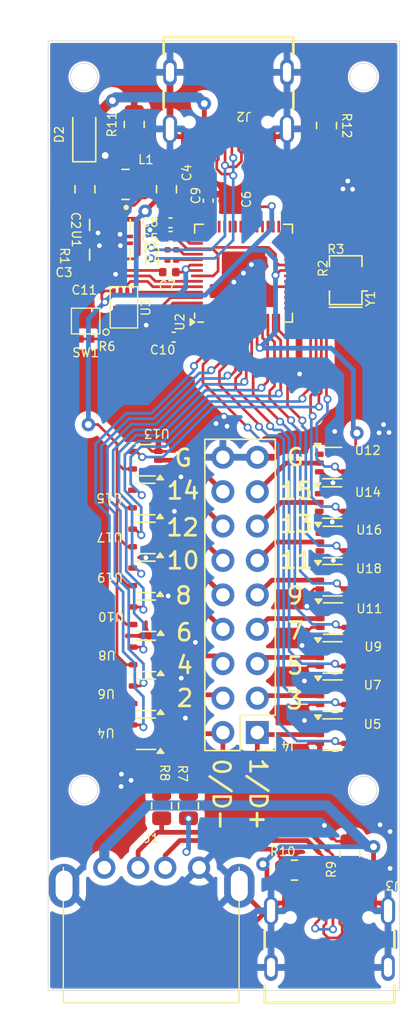
<source format=kicad_pcb>
(kicad_pcb (version 20240108) (generator "pcbnew") (generator_version "8.0")
  (layers (0 "F.Cu" signal) (31 "B.Cu" signal) (34 "B.Paste" user) (35 "F.Paste" user) (36 "B.SilkS" user "B.Silkscreen") (37 "F.SilkS" user "F.Silkscreen") (38 "B.Mask" user) (39 "F.Mask" user) (44 "Edge.Cuts" user))
  (net 0 "")
  (net 1 "GND")
  (net 2 "VBUS_SYS")
  (net 3 "Net-(U1-EN)")
  (net 4 "+3V3")
  (net 5 "+1V1")
  (net 6 "VBUS_PRE")
  (net 7 "USB_VBUS")
  (net 8 "USB-DM")
  (net 9 "USB-DP")
  (net 10 "Net-(J2-CC1)")
  (net 11 "Net-(J2-CC2)")
  (net 12 "RP_USB-")
  (net 13 "RP_USB+")
  (net 17 "Net-(J3-CC2)")
  (net 19 "Net-(J3-CC1)")
  (net 20 "IN11")
  (net 21 "IN2")
  (net 22 "USB-DM-IN0")
  (net 23 "IN13")
  (net 24 "IN7")
  (net 25 "IN9")
  (net 26 "IN5")
  (net 27 "IN12")
  (net 28 "USB-DP-IN1")
  (net 29 "IN15")
  (net 30 "IN10")
  (net 31 "IN14")
  (net 32 "IN4")
  (net 33 "IN6")
  (net 34 "IN8")
  (net 35 "IN3")
  (net 36 "Net-(U1-L1)")
  (net 37 "Net-(U1-L2)")
  (net 38 "XTAL_OUT")
  (net 39 "Net-(R2-Pad1)")
  (net 40 "/RUN")
  (net 41 "Net-(U2-USB_DP)")
  (net 42 "Net-(U2-USB_DM)")
  (net 43 "Net-(U3-{slash}CS)")
  (net 44 "USB_BOOT")
  (net 45 "GPIO_10")
  (net 46 "SCLK")
  (net 47 "/SWCLK")
  (net 48 "GPIO_3")
  (net 50 "GPIO_12")
  (net 52 "GPIO_14")
  (net 54 "GPIO_4")
  (net 55 "GPIO_13")
  (net 57 "GPIO_9")
  (net 59 "SIO0")
  (net 62 "SIO3")
  (net 63 "GPIO_8")
  (net 66 "GPIO_15")
  (net 67 "GPIO_11")
  (net 69 "GPIO_0")
  (net 70 "/SWD")
  (net 72 "GPIO_6")
  (net 74 "XTAL_IN")
  (net 75 "SIO1")
  (net 76 "GPIO_1")
  (net 77 "SIO2")
  (net 78 "GPIO_2")
  (net 79 "GPIO_7")
  (net 80 "GPIO_5")
  (footprint "Package_TO_SOT_SMD:SOT-353_SC-70-5" (layer "F.Cu") (at 195.7578 128.4374 180)
    (property "Reference" "U19")
    (property "Value" "74LVC1G07" (hide yes))
  )
  (footprint "Package_TO_SOT_SMD:SOT-353_SC-70-5" (layer "F.Cu") (at 195.7832 140.0181 180)
    (property "Reference" "U4")
    (property "Value" "74LVC1G07" (hide yes))
  )
  (footprint "Package_TO_SOT_SMD:SOT-353_SC-70-5" (layer "F.Cu") (at 209.5856 137.2079)
    (property "Reference" "U7")
    (property "Value" "74LVC1G07" (hide yes))
  )
  (footprint "Package_TO_SOT_SMD:SOT-353_SC-70-5" (layer "F.Cu") (at 209.5856 125.8674)
    (property "Reference" "U16")
    (property "Value" "74LVC1G07" (hide yes))
  )
  (footprint "hhl:1TS026A-1000-0550" (layer "F.Cu") (at 191.3382 109.5502)
    (property "Reference" "SW1")
    (property "Value" "1TS026A-1000-0550" (hide yes))
  )
  (footprint "Resistor_SMD:R_0805_2012Metric" (layer "F.Cu") (at 198.9328 145.3388 -90)
    (property "Reference" "R7")
    (property "Value" "0R")
  )
  (footprint "hhl:USON-8-EP(2x3)" (layer "F.Cu") (at 194.1616 108.5404 90)
    (property "Reference" "U3")
    (property "Value" "GD25Q80EEIGR" (hide yes))
  )
  (footprint "Package_TO_SOT_SMD:SOT-353_SC-70-5" (layer "F.Cu") (at 209.5386 122.95094)
    (property "Reference" "U14")
    (property "Value" "74LVC1G07" (hide yes))
  )
  (footprint "Package_TO_SOT_SMD:SOT-353_SC-70-5" (layer "F.Cu") (at 195.7934 137.145 180)
    (property "Reference" "U6")
    (property "Value" "74LVC1G07" (hide yes))
  )
  (footprint "snifferlyzer-lib:AF 10.0 HC6.3" (layer "F.Cu") (at 196.215 149.9065)
    (property "Reference" "J1")
    (property "Value" "SHOU HAN AF 10.0 HC6.3" (hide yes))
  )
  (footprint "Capacitor_SMD:C_0201_0603Metric" (layer "F.Cu") (at 192.532 107.0102 90)
    (property "Reference" "C11")
    (property "Value" "100n" (hide yes))
  )
  (footprint "Capacitor_SMD:C_0402_1005Metric" (layer "F.Cu") (at 197.8406 110.744)
    (property "Reference" "C10")
    (property "Value" "100n" (hide yes))
  )
  (footprint "hhl:VREG_V62_16624-01YE" (layer "F.Cu") (at 193.1322 103.5588 -90)
    (property "Reference" "U1")
    (property "Value" "TPS630001RCR" (hide yes))
  )
  (footprint "Crystal:Resonator_SMD_Murata_CSTxExxV-3Pin_3.0x1.1mm" (layer "F.Cu") (at 210.5406 106.5361 90)
    (property "Reference" "Y1")
    (property "Value" "Crystal_GND3" (hide yes))
  )
  (footprint "Package_TO_SOT_SMD:SOT-353_SC-70-5" (layer "F.Cu") (at 195.74837 122.69243 180)
    (property "Reference" "U15")
    (property "Value" "74LVC1G07" (hide yes))
  )
  (footprint "Resistor_SMD:R_0805_2012Metric" (layer "F.Cu") (at 210.8454 148.8694 -90)
    (property "Reference" "R9")
    (property "Value" "5.1k" (hide yes))
  )
  (footprint "Capacitor_SMD:C_0402_1005Metric" (layer "F.Cu") (at 197.5104 105.9434 180)
    (property "Reference" "C7")
    (property "Value" "100n" (hide yes))
  )
  (footprint "Resistor_SMD:R_0201_0603Metric" (layer "F.Cu") (at 197.7004 104.2924)
    (property "Reference" "R5")
    (property "Value" "27" (hide yes))
  )
  (footprint "Resistor_SMD:R_0805_2012Metric" (layer "F.Cu") (at 196.9516 145.3407 -90)
    (property "Reference" "R8")
    (property "Value" "0R")
  )
  (footprint "Package_TO_SOT_SMD:SOT-353_SC-70-5" (layer "F.Cu") (at 195.7578 125.5655 180)
    (property "Reference" "U17")
    (property "Value" "74LVC1G07" (hide yes))
  )
  (footprint "Capacitor_SMD:C_0402_1005Metric" (layer "F.Cu") (at 197.5998 102.3027 180)
    (property "Reference" "C8")
    (property "Value" "1u")
  )
  (footprint "Inductor_SMD:L_1008_2520Metric" (layer "F.Cu") (at 194.2846 99.4664)
    (property "Reference" "L1")
    (property "Value" "1.3A 2.2uH ±20% 80mΩ" (hide yes))
  )
  (footprint "Resistor_SMD:R_0201_0603Metric" (layer "F.Cu") (at 194.2592 111.0742 180)
    (property "Reference" "R6")
    (property "Value" "1k" (hide yes))
  )
  (footprint "Package_TO_SOT_SMD:SOT-353_SC-70-5" (layer "F.Cu") (at 195.7934 131.3076 180)
    (property "Reference" "U10")
    (property "Value" "74LVC1G07" (hide yes))
  )
  (footprint "Package_TO_SOT_SMD:SOT-353_SC-70-5" (layer "F.Cu") (at 195.7934 134.2748 180)
    (property "Reference" "U8")
    (property "Value" "74LVC1G07" (hide yes))
  )
  (footprint "Package_TO_SOT_SMD:SOT-353_SC-70-5" (layer "F.Cu") (at 209.5704 134.3868)
    (property "Reference" "U9")
    (property "Value" "74LVC1G07" (hide yes))
  )
  (footprint "Capacitor_SMD:C_0402_1005Metric" (layer "F.Cu") (at 197.612 103.3018)
    (property "Reference" "C5")
    (property "Value" "100n" (hide yes))
  )
  (footprint "Package_DFN_QFN:QFN-56-1EP_7x7mm_P0.4mm_EP3.2x3.2mm" (layer "F.Cu") (at 202.9968 106.0196 90)
    (property "Reference" "U2")
    (property "Value" "RP2040" (hide yes))
  )
  (footprint "Capacitor_SMD:C_0805_2012Metric" (layer "F.Cu") (at 197.3072 99.822 90)
    (property "Reference" "C4")
    (property "Value" "10uF" (hide yes))
  )
  (footprint "Package_TO_SOT_SMD:SOT-353_SC-70-5" (layer "F.Cu") (at 209.5754 140.081)
    (property "Reference" "U5")
    (property "Value" "74LVC1G07" (hide yes))
  )
  (footprint "Connector_PinHeader_2.54mm:PinHeader_2x09_P2.54mm_Vertical" (layer "F.Cu") (at 204.0128 139.9286 180)
    (property "Reference" "J4")
    (property "Value" "Conn_02x09_Counter_Clockwise" (hide yes))
  )
  (footprint "Capacitor_SMD:C_0402_1005Metric" (layer "F.Cu") (at 200.3902 100.6687 -90)
    (property "Reference" "C9")
    (property "Value" "100n" (hide yes))
  )
  (footprint "Resistor_SMD:R_0805_2012Metric" (layer "F.Cu") (at 194.9252 95.0432 90)
    (property "Reference" "R11")
    (property "Value" "5.1k" (hide yes))
  )
  (footprint "Package_TO_SOT_SMD:SOT-353_SC-70-5" (layer "F.Cu") (at 209.611 131.5183)
    (property "Reference" "U11")
    (property "Value" "74LVC1G07" (hide yes))
  )
  (footprint "Resistor_SMD:R_0805_2012Metric" (layer "F.Cu") (at 206.7579 150.0886)
    (property "Reference" "R10")
    (property "Value" "56k" (hide yes))
  )
  (footprint "snifferlyzer-lib:GCT_USB4105-GF-A-060" (layer "F.Cu") (at 201.8848 91.189 180)
    (property "Reference" "J2")
    (property "Value" "USB4105-GF-A-060" (hide yes))
  )
  (footprint "Package_TO_SOT_SMD:SOT-353_SC-70-5" (layer "F.Cu") (at 209.575 128.68234)
    (property "Reference" "U18")
    (property "Value" "74LVC1G07" (hide yes))
  )
  (footprint "Resistor_SMD:R_0201_0603Metric" (layer "F.Cu") (at 208.0356 105.6471 -90)
    (property "Reference" "R2")
    (property "Value" "1k" (hide yes))
  )
  (footprint "Capacitor_SMD:C_0805_2012Metric" (layer "F.Cu") (at 191.2874 99.822 -90)
    (property "Reference" "C2")
    (property "Value" "10uF" (hide yes))
  )
  (footprint "Resistor_SMD:R_0201_0603Metric" (layer "F.Cu") (at 197.7004 105.0544)
    (property "Reference" "R4")
    (property "Value" "27" (hide yes))
  )
  (footprint "Resistor_SMD:R_0201_0603Metric" (layer "F.Cu") (at 208.4674 104.2247 180)
    (property "Reference" "R3")
    (property "Value" "10k" (hide yes))
  )
  (footprint "Package_TO_SOT_SMD:SOT-353_SC-70-5" (layer "F.Cu") (at 195.7578 119.8251 180)
    (property "Reference" "U13")
    (property "Value" "74LVC1G07" (hide yes))
  )
  (footprint "Resistor_SMD:R_0805_2012Metric" (layer "F.Cu") (at 209.1238 95.1194 -90)
    (property "Reference" "R12")
    (property "Value" "5.1k" (hide yes))
  )
  (footprint "Package_TO_SOT_SMD:SOT-353_SC-70-5" (layer "F.Cu") (at 209.545 120.0358)
    (property "Reference" "U12")
    (property "Value" "74LVC1G07" (hide yes))
  )
  (footprint "Resistor_SMD:R_0201_0603Metric" (layer "F.Cu") (at 190.754 104.8004 -90)
    (property "Reference" "R1")
    (property "Value" "100" (hide yes))
  )
  (footprint "snifferlyzer-lib:GCT_USB4105-GF-A-060" (layer "F.Cu") (at 209.3468 157.2702)
    (property "Reference" "J3")
    (property "Value" "USB4105-GF-A-060" (hide yes))
  )
  (footprint "Diode_SMD:D_SOD-323_HandSoldering" (layer "F.Cu") (at 191.2366 95.7834 90)
    (property "Reference" "D2")
    (property "Value" "CUS08F30")
  )
  (footprint "Capacitor_SMD:C_0201_0603Metric" (layer "F.Cu") (at 203.997 100.7957 90)
    (property "Reference" "C6")
    (property "Value" "100n" (hide yes))
  )
  (footprint "Capacitor_SMD:C_0201_0603Metric" (layer "F.Cu") (at 191.1096 105.918 180)
    (property "Reference" "C3")
    (property "Value" "100n")
  )
  (gr_circle (center 211.853 91.5246) (end 212.853 91.5246) (stroke (width 0.05)) (fill none) (layer "Edge.Cuts"))
  (gr_circle (center 191.2196 144.1718) (end 192.2196 144.1718) (stroke (width 0.05)) (fill none) (layer "Edge.Cuts"))
  (gr_circle (center 191.2196 91.5246) (end 192.2196 91.5246) (stroke (width 0.05)) (fill none) (layer "Edge.Cuts"))
  (gr_rect (start 188.5696 88.8746) (end 214.503 158.9786) (stroke (width 0.05)) (fill none) (layer "Edge.Cuts"))
  (gr_circle (center 211.853 144.1718) (end 212.853 144.1718) (stroke (width 0.05)) (fill none) (layer "Edge.Cuts"))
  (gr_text "3" (at 206.0448 138.303 0) (layer "F.SilkS") (effects (font (size 1.25 1.25) (thickness 0.2) (bold yes)) (justify left bottom)))
  (gr_text "4" (at 197.9168 135.6868 0) (layer "F.SilkS") (effects (font (size 1.25 1.25) (thickness 0.2) (bold yes)) (justify left bottom)))
  (gr_text "9" (at 206.0702 130.556 0) (layer "F.SilkS") (effects (font (size 1.25 1.25) (thickness 0.2) (bold yes)) (justify left bottom)))
  (gr_text "14" (at 197.2056 122.809 0) (layer "F.SilkS") (effects (font (size 1.25 1.25) (thickness 0.2) (bold yes)) (justify left bottom)))
  (gr_text "2" (at 197.9422 138.1252 0) (layer "F.SilkS") (effects (font (size 1.25 1.25) (thickness 0.2) (bold yes)) (justify left bottom)))
  (gr_text "5" (at 206.0702 135.7376 0) (layer "F.SilkS") (effects (font (size 1.25 1.25) (thickness 0.2) (bold yes)) (justify left bottom)))
  (gr_text "G" (at 206.0448 120.3452 0) (layer "F.SilkS") (effects (font (size 1.25 1.25) (thickness 0.2) (bold yes)) (justify left bottom)))
  (gr_text "15" (at 205.5876 122.8344 0) (layer "F.SilkS") (effects (font (size 1.25 1.25) (thickness 0.2) (bold yes)) (justify left bottom)))
  (gr_text "1/D+" (at 203.3524 141.7066 -90) (layer "F.SilkS") (effects (font (size 1.25 1.25) (thickness 0.2) (bold yes)) (justify left bottom)))
  (gr_text "13" (at 205.591542 125.282668 0) (layer "F.SilkS") (effects (font (size 1.25 1.25) (thickness 0.2) (bold yes)) (justify left bottom)))
  (gr_text "8" (at 197.8406 130.556 0) (layer "F.SilkS") (effects (font (size 1.25 1.25) (thickness 0.2) (bold yes)) (justify left bottom)))
  (gr_text "10" (at 197.2056 127.9652 0) (layer "F.SilkS") (effects (font (size 1.25 1.25) (thickness 0.2) (bold yes)) (justify left bottom)))
  (gr_text "G" (at 197.7898 120.396 0) (layer "F.SilkS") (effects (font (size 1.25 1.25) (thickness 0.2) (bold yes)) (justify left bottom)))
  (gr_text "12" (at 197.1802 125.5268 0) (layer "F.SilkS") (effects (font (size 1.25 1.25) (thickness 0.2) (bold yes)) (justify left bottom)))
  (gr_text "7" (at 206.121 133.1468 0) (layer "F.SilkS") (effects (font (size 1.25 1.25) (thickness 0.2) (bold yes)) (justify left bottom)))
  (gr_text "6" (at 197.8914 133.2738 0) (layer "F.SilkS") (effects (font (size 1.25 1.25) (thickness 0.2) (bold yes)) (justify left bottom)))
  (gr_text "11" (at 205.5876 127.9398 0) (layer "F.SilkS") (effects (font (size 1.25 1.25) (thickness 0.2) (bold yes)) (justify left bottom)))
  (gr_text "0/D-" (at 200.6346 141.732 -90) (layer "F.SilkS") (effects (font (size 1.25 1.25) (thickness 0.2) (bold yes)) (justify left bottom)))
  (segment (start 197.5104 98.0948) (end 197.6882 97.917) (width 0.35) (layer "F.Cu") (net 1))
  (segment (start 206.1468 152.5152) (end 205.6018 152.5152) (width 0.35) (layer "F.Cu") (net 1))
  (segment (start 193.6322 104.9588) (end 193.6322 106.0116) (width 0.2) (layer "F.Cu") (net 1))
  (segment (start 205.8454 150.6004) (end 205.8454 150.0886) (width 0.35) (layer "F.Cu") (net 1))
  (segment (start 197.7944 136.495) (end 198.247 136.0424) (width 0.2) (layer "F.Cu") (net 1))
  (segment (start 192.532 106.6902) (end 192.532 106.1974) (width 0.2) (layer "F.Cu") (net 1))
  (segment (start 197.3072 98.298) (end 197.5104 98.0948) (width 0.35) (layer "F.Cu") (net 1))
  (segment (start 197.132 103.3018) (end 196.5706 103.3018) (width 0.2) (layer "F.Cu") (net 1))
  (segment (start 204.3255 153.0902) (end 202.685 151.4497) (width 0.35) (layer "F.Cu") (net 1))
  (segment (start 208.5886 123.60094) (end 208.5886 123.778) (width 0.2) (layer "F.Cu") (net 1))
  (segment (start 204.6942 153.0902) (end 203.8858 153.8986) (width 0.35) (layer "F.Cu") (net 1))
  (segment (start 196.2387 119.1751) (end 195.834 118.7704) (width 0.2) (layer "F.Cu") (net 1))
  (segment (start 209.8567 147.9569) (end 209.4738 147.574) (width 0.2) (layer "F.Cu") (net 1))
  (segment (start 191.7954 106.6292) (end 191.9224 106.6292) (width 0.2) (layer "F.Cu") (net 1))
  (segment (start 198.1398 95.944) (end 197.5648 95.369) (width 0.35) (layer "F.Cu") (net 1))
  (segment (start 194.9252 94.1307) (end 194.0323 94.1307) (width 0.2) (layer "F.Cu") (net 1))
  (segment (start 207.5434 136.0678) (end 207.4926 136.1186) (width 0.2) (layer "F.Cu") (net 1))
  (segment (start 207.3402 133.4262) (end 207.3402 133.5532) (width 0.2) (layer "F.Cu") (net 1))
  (segment (start 207.8078 140.731) (end 207.6196 140.9192) (width 0.2) (layer "F.Cu") (net 1))
  (segment (start 213.0918 152.5152) (end 213.6668 153.0902) (width 0.35) (layer "F.Cu") (net 1))
  (segment (start 198.2233 139.3681) (end 198.7042 138.8872) (width 0.2) (layer "F.Cu") (net 1))
  (segment (start 192.7636 103.5588) (end 192.2526 103.0478) (width 0.2) (layer "F.Cu") (net 1))
  (segment (start 196.5706 103.3018) (end 196.088 102.8192) (width 0.2) (layer "F.Cu") (net 1))
  (segment (start 205.8454 150.0886) (end 205.8454 149.2034) (width 0.35) (layer "F.Cu") (net 1))
  (segment (start 192.8114 105.918) (end 193.3702 105.918) (width 0.2) (layer "F.Cu") (net 1))
  (segment (start 212.5468 152.5152) (end 213.0918 152.5152) (width 0.35) (layer "F.Cu") (net 1))
  (segment (start 205.1812 148.5392) (end 203.3778 148.5392) (width 0.35) (layer "F.Cu") (net 1))
  (segment (start 191.4296 106.2634) (end 191.7954 106.6292) (width 0.2) (layer "F.Cu") (net 1))
  (segment (start 197.8914 124.1806) (end 197.1565 124.9155) (width 0.2) (layer "F.Cu") (net 1))
  (segment (start 208.595 120.6858) (end 208.7984 120.6858) (width 0.2) (layer "F.Cu") (net 1))
  (segment (start 191.7382 108.2252) (end 190.9382 108.2252) (width 0.2) (layer "F.Cu") (net 1))
  (segment (start 197.8914 123.5964) (end 197.8914 124.1806) (width 0.2) (layer "F.Cu") (net 1))
  (segment (start 194.0323 94.1307) (end 193.4718 94.6912) (width 0.2) (layer "F.Cu") (net 1))
  (segment (start 197.388 133.6248) (end 197.6628 133.35) (width 0.2) (layer "F.Cu") (net 1))
  (segment (start 203.997 100.4757) (end 203.3965 100.4757) (width 0.2) (layer "F.Cu") (net 1))
  (segment (start 193.1322 102.1588) (end 193.1322 103.5588) (width 0.2) (layer "F.Cu") (net 1))
  (segment (start 205.0848 95.944) (end 205.6298 95.944) (width 0.35) (layer "F.Cu") (net 1))
  (segment (start 203.3778 148.5392) (end 202.9714 148.5392) (width 0.35) (layer "F.Cu") (net 1))
  (segment (start 197.1198 102.3027) (end 197.1198 103.2896) (width 0.2) (layer "F.Cu") (net 1))
  (segment (start 208.0139 132.1683) (end 207.645 132.5372) (width 0.2) (layer "F.Cu") (net 1))
  (segment (start 196.7434 130.6576) (end 196.7434 130.5356) (width 0.2) (layer "F.Cu") (net 1))
  (segment (start 210.8454 147.9569) (end 209.8567 147.9569) (width 0.2) (layer "F.Cu") (net 1))
  (segment (start 193.4688 103.5588) (end 193.8782 103.1494) (width 0.2) (layer "F.Cu") (net 1))
  (segment (start 205.4098 148.7678) (end 205.1812 148.5392) (width 0.35) (layer "F.Cu") (net 1))
  (segment (start 207.3402 132.842) (end 207.3402 133.4262) (width 0.2) (layer "F.Cu") (net 1))
  (segment (start 195.7832 127.0254) (end 195.9458 127.0254) (width 0.2) (layer "F.Cu") (net 1))
  (segment (start 197.3606 110.744) (end 197.0532 110.744) (width 0.2) (layer "F.Cu") (net 1))
  (segment (start 193.8274 105.8164) (end 193.548 106.0958) (width 0.2) (layer "F.Cu") (net 1))
  (segment (start 206.4343 107.0196) (end 203.9968 107.0196) (width 0.2) (layer "F.Cu") (net 1))
  (segment (start 193.6322 104.9588) (end 193.6322 104.259) (width 0.2) (layer "F.Cu") (net 1))
  (segment (start 196.9034 105.8164) (end 195.1228 105.8164) (width 0.2) (layer "F.Cu") (net 1))
  (segment (start 205.0268 153.0902) (end 204.6942 153.0902) (width 0.35) (layer "F.Cu") (net 1))
  (segment (start 203.9968 107.0196) (end 202.9968 106.0196) (width 0.2) (layer "F.Cu") (net 1))
  (segment (start 208.6204 135.0368) (end 207.787 135.0368) (width 0.2) (layer "F.Cu") (net 1))
  (segment (start 207.7212 138.0236) (end 207.4926 138.2522) (width 0.2) (layer "F.Cu") (net 1))
  (segment (start 193.6322 106.0116) (end 193.548 106.0958) (width 0.2) (layer "F.Cu") (net 1))
  (segment (start 208.6356 126.5174) (end 208.6356 126.9746) (width 0.2) (layer "F.Cu") (net 1))
  (segment (start 208.7984 120.6858) (end 209.6008 121.4882) (width 0.2) (layer "F.Cu") (net 1))
  (segment (start 191.4296 105.918) (end 191.4296 106.2634) (width 0.2) (layer "F.Cu") (net 1))
  (segment (start 197.6882 97.917) (end 198.8566 97.917) (width 0.35) (layer "F.Cu") (net 1))
  (segment (start 197.38797 122.04243) (end 198.374 121.0564) (width 0.2) (layer "F.Cu") (net 1))
  (segment (start 208.6356 137.8579) (end 207.8869 137.8579) (width 0.2) (layer "F.Cu") (net 1))
  (segment (start 202.9968 106.0196) (end 203.581 105.4354) (width 0.2) (layer "F.Cu") (net 1))
  (segment (start 202.9714 148.5392) (end 202.6158 148.8948) (width 0.35) (layer "F.Cu") (net 1))
  (segment (start 208.6254 140.731) (end 207.8078 140.731) (width 0.2) (layer "F.Cu") (net 1))
  (segment (start 196.7078 119.1751) (end 196.2387 119.1751) (width 0.2) (layer "F.Cu") (net 1))
  (segment (start 207.645 129.8956) (end 207.645 130.556) (width 0.2) (layer "F.Cu") (net 1))
  (segment (start 204.0128 119.6086) (end 201.4728 119.6086) (width 0.35) (layer "F.Cu") (net 1))
  (segment (start 191.4296 105.918) (end 192.8114 105.918) (width 0.2) (layer "F.Cu") (net 1))
  (segment (start 193.1322 103.5588) (end 192.7636 103.5588) (width 0.2) (layer "F.Cu") (net 1))
  (segment (start 193.6322 104.259) (end 193.9036 103.9876) (width 0.2) (layer "F.Cu") (net 1))
  (segment (start 197.9185 119.1751) (end 198.247 118.8466) (width 0.2) (layer "F.Cu") (net 1))
  (segment (start 203.581 105.4354) (end 203.581 105.3846) (width 0.2) (layer "F.Cu") (net 1))
  (segment (start 208.20826 129.33234) (end 207.772 129.7686) (width 0.2) (layer "F.Cu") (net 1))
  (segment (start 207.772 129.7686) (end 207.645 129.8956) (width 0.2) (layer "F.Cu") (net 1))
  (segment (start 197.1198 103.2896) (end 197.132 103.3018) (width 0.2) (layer "F.Cu") (net 1))
  (segment (start 193.1322 103.5588) (end 192.783 103.5588) (width 0.2) (layer "F.Cu") (net 1))
  (segment (start 193.3702 105.918) (end 193.548 106.0958) (width 0.2) (layer "F.Cu") (net 1))
  (segment (start 208.8896 127.2286) (end 209.6262 127.2286) (width 0.2) (layer "F.Cu") (net 1))
  (segment (start 196.7332 139.3681) (end 198.2233 139.3681) (width 0.2) (layer "F.Cu") (net 1))
  (segment (start 196.6976 111.379) (end 196.6722 111.4044) (width 0.2) (layer "F.Cu") (net 1))
  (segment (start 191.9834 106.6902) (end 192.532 106.6902) (width 0.2) (layer "F.Cu") (net 1))
  (segment (start 209.042 124.2314) (end 209.1944 124.3838) (width 0.2) (layer "F.Cu") (net 1))
  (segment (start 196.7078 119.1751) (end 197.9185 119.1751) (width 0.2) (layer "F.Cu") (net 1))
  (segment (start 195.694 109.7404) (end 195.8086 109.855) (width 0.2) (layer "F.Cu") (net 1))
  (segment (start 197.0532 110.744) (end 196.6976 111.0996) (width 0.2) (layer "F.Cu") (net 1))
  (segment (start 198.6848 95.944) (end 198.1398 95.944) (width 0.35) (layer "F.Cu") (net 1))
  (segment (start 208.5886 123.778) (end 209.042 124.2314) (width 0.2) (layer "F.Cu") (net 1))
  (segment (start 191.2874 98.872) (end 192.786 97.3734) (width 0.35) (layer "F.Cu") (net 1))
  (segment (start 207.8869 137.8579) (end 207.7212 138.0236) (width 0.2) (layer "F.Cu") (net 1))
  (segment (start 197.1565 124.9155) (end 196.7078 124.9155) (width 0.2) (layer "F.Cu") (net 1))
  (segment (start 191.9224 106.6292) (end 191.9834 106.6902) (width 0.2) (layer "F.Cu") (net 1))
  (segment (start 207.787 135.0368) (end 207.5434 135.2804) (width 0.2) (layer "F.Cu") (net 1))
  (segment (start 208.7626 127.1016) (end 208.8896 127.2286) (width 0.2) (layer "F.Cu") (net 1))
  (segment (start 196.69837 122.04243) (end 197.38797 122.04243) (width 0.2) (layer "F.Cu") (net 1))
  (segment (start 208.6356 126.9746) (end 208.7626 127.1016) (width 0.2) (layer "F.Cu") (net 1))
  (segment (start 193.1322 103.5588) (end 193.4748 103.5588) (width 0.2) (layer "F.Cu") (net 1))
  (segment (start 208.661 132.1683) (end 208.0139 132.1683) (width 0.2) (layer "F.Cu") (net 1))
  (segment (start 208.625 129.33234) (end 208.20826 129.33234) (width 0.2) (layer "F.Cu") (net 1))
  (segment (start 192.786 97.3734) (end 192.786 97.3328) (width 0.35) (layer "F.Cu") (net 1))
  (segment (start 205.6298 95.944) (end 206.2048 95.369) (width 0.35) (layer "F.Cu") (net 1))
  (segment (start 193.4748 103.5588) (end 193.9036 103.9876) (width 0.2) (layer "F.Cu") (net 1))
  (segment (start 196.7434 130.5356) (end 197.4342 129.8448) (width 0.2) (layer "F.Cu") (net 1))
  (segment (start 192.783 103.5588) (end 192.3542 103.9876) (width 0.2) (layer "F.Cu") (net 1))
  (segment (start 196.7434 133.6248) (end 197.388 133.6248) (width 0.2) (layer "F.Cu") (net 1))
  (segment (start 207.645 132.5372) (end 207.3402 132.842) (width 0.2) (layer "F.Cu") (net 1))
  (segment (start 197.3072 98.872) (end 197.3072 98.298) (width 0.35) (layer "F.Cu") (net 1))
  (segment (start 207.4926 138.2522) (end 207.4926 139.0396) (width 0.2) (layer "F.Cu") (net 1))
  (segment (start 196.7434 136.495) (end 197.7944 136.495) (width 0.2) (layer "F.Cu") (net 1))
  (segment (start 209.1944 124.3838) (end 209.55 124.3838) (width 0.2) (layer "F.Cu") (net 1))
  (segment (start 197.0304 105.9434) (end 196.9034 105.8164) (width 0.2) (layer "F.Cu") (net 1))
  (segment (start 202.9968 106.0196) (end 202.946 106.0196) (width 0.2) (layer "F.Cu") (net 1))
  (segment (start 205.0268 153.0902) (end 204.3255 153.0902) (width 0.35) (layer "F.Cu") (net 1))
  (segment (start 203.3965 100.4757) (end 203.3778 100.457) (width 0.2) (layer "F.Cu") (net 1))
  (segment (start 195.1228 105.8164) (end 193.8274 105.8164) (width 0.2) (layer "F.Cu") (net 1))
  (segment (start 196.6976 111.0996) (end 196.6976 111.379) (width 0.2) (layer "F.Cu") (net 1))
  (segment (start 193.1322 103.5588) (end 193.4688 103.5588) (width 0.2) (layer "F.Cu") (net 1))
  (segment (start 195.9458 127.0254) (end 196.7078 127.7874) (width 0.2) (layer "F.Cu") (net 1))
  (segment (start 192.532 106.1974) (end 192.8114 105.918) (width 0.2) (layer "F.Cu") (net 1))
  (segment (start 207.5434 135.2804) (end 207.5434 136.0678) (width 0.2) (layer "F.Cu") (net 1))
  (segment (start 205.6018 152.5152) (end 205.0268 153.0902) (width 0.35) (layer "F.Cu") (net 1))
  (segment (start 194.9116 109.7404) (end 195.694 109.7404) (width 0.2) (layer "F.Cu") (net 1))
  (segment (start 205.8454 149.2034) (end 205.4098 148.7678) (width 0.35) (layer "F.Cu") (net 1))
  (segment (start 202.946 106.0196) (end 202.2856 106.68) (width 0.2) (layer "F.Cu") (net 1))
  (via (at 213.8172 147.2438) (size 0.6) (drill 0.35) (layers "F.Cu" "B.Cu") (net 1))
  (via (at 213.0806 146.7358) (size 0.6) (drill 0.35) (layers "F.Cu" "B.Cu") (net 1))
  (via (at 207.3148 133.5024) (size 0.6) (drill 0.35) (layers "F.Cu" "B.Cu") (net 1))
  (via (at 209.7278 117.7036) (size 0.6) (drill 0.35) (layers "F.Cu" "B.Cu") (net 1))
  (via (at 207.137 113.458652) (size 0.6) (drill 0.35) (layers "F.Cu" "B.Cu") (net 1))
  (via (at 194.691 143.4592) (size 0.6) (drill 0.35) (layers "F.Cu" "B.Cu") (net 1))
  (via (at 192.3542 103.9876) (size 0.6) (drill 0.35) (layers "F.Cu" "B.Cu") (net 1))
  (via (at 193.8782 103.1494) (size 0.6) (drill 0.35) (layers "F.Cu" "B.Cu") (net 1))
  (via (at 209.6008 121.4882) (size 0.6) (drill 0.35) (layers "F.Cu" "B.Cu") (net 1))
  (via (at 207.6704 130.6068) (size 0.6) (drill 0.35) (layers "F.Cu" "B.Cu") (net 1))
  (via (at 209.55 124.3838) (size 0.6) (drill 0.35) (layers "F.Cu" "B.Cu") (net 1))
  (via (at 195.8086 109.855) (size 0.6) (drill 0.35) (layers "F.Cu" "B.Cu") (net 1))
  (via (at 193.548 106.0958) (size 0.6) (drill 0.35) (layers "F.Cu" "B.Cu") (net 1))
  (via (at 213.3346 117.1956) (size 0.6) (drill 0.35) (layers "F.Cu" "B.Cu") (net 1))
  (via (at 201.549 116.6114) (size 0.6) (drill 0.35) (layers "F.Cu" "B.Cu") (net 1))
  (via (at 193.9036 103.9876) (size 0.6) (drill 0.35) (layers "F.Cu" "B.Cu") (net 1))
  (via (at 197.4342 129.8448) (size 0.6) (drill 0.35) (layers "F.Cu" "B.Cu") (net 1))
  (via (at 203.581 105.3846) (size 0.6) (drill 0.35) (layers "F.Cu" "B.Cu") (net 1))
  (via (at 193.9544 143.9164) (size 0.6) (drill 0.35) (layers "F.Cu" "B.Cu") (net 1))
  (via (at 202.2856 106.68) (size 0.6) (drill 0.35) (layers "F.Cu" "B.Cu") (net 1))
  (via (at 208.9658 146.7866) (size 0.6) (drill 0.35) (layers "F.Cu" "B.Cu") (net 1))
  (via (at 195.7832 127.0254) (size 0.6) (drill 0.35) (layers "F.Cu" "B.Cu") (net 1))
  (via (at 207.4926 139.0396) (size 0.6) (drill 0.35) (layers "F.Cu" "B.Cu") (net 1))
  (via (at 213.8172 149.9616) (size 0.6) (drill 0.35) (layers "F.Cu" "B.Cu") (net 1))
  (via (at 213.0044 117.8052) (size 0.6) (drill 0.35) (layers "F.Cu" "B.Cu") (net 1))
  (via (at 210.3374 99.7966) (size 0.6) (drill 0.35) (layers "F.Cu" "B.Cu") (net 1))
  (via (at 201.7776 117.3226) (size 0.6) (drill 0.35) (layers "F.Cu" "B.Cu") (net 1))
  (via (at 198.374 121.0564) (size 0.6) (drill 0.35) (layers "F.Cu" "B.Cu") (net 1))
  (via (at 198.7042 138.8618) (size 0.6) (drill 0.35) (layers "F.Cu" "B.Cu") (net 1))
  (via (at 202.9968 106.0196) (size 0.6) (drill 0.35) (layers "F.Cu" "B.Cu") (net 1))
  (via (at 196.088 102.8192) (size 0.6) (drill 0.35) (layers "F.Cu" "B.Cu") (net 1))
  (via (at 193.9798 143.002) (size 0.6) (drill 0.35) (layers "F.Cu" "B.Cu") (net 1))
  (via (at 213.741 117.7798) (size 0.6) (drill 0.35) (layers "F.Cu" "B.Cu") (net 1))
  (via (at 207.4926 136.1186) (size 0.6) (drill 0.35) (layers "F.Cu" "B.Cu") (net 1))
  (via (at 198.3994 135.9154) (size 0.6) (drill 0.35) (layers "F.Cu" "B.Cu") (net 1))
  (via (at 211.0486 99.822) (size 0.6) (drill 0.35) (layers "F.Cu" "B.Cu") (net 1))
  (via (at 199.4408 133.2738) (size 0.6) (drill 0.35) (layers "F.Cu" "B.Cu") (net 1))
  (via (at 210.693 99.2124) (size 0.6) (drill 0.35) (layers "F.Cu" "B.Cu") (net 1))
  (via (at 192.786 97.3328) (size 1) (drill 0.5) (layers "F.Cu" "B.Cu") (net 1))
  (via (at 200.9648 117.1194) (size 0.6) (drill 0.35) (layers "F.Cu" "B.Cu") (net 1))
  (via (at 197.8914 123.5964) (size 0.6) (drill 0.35) (layers "F.Cu" "B.Cu") (net 1))
  (via (at 209.6262 127.2286) (size 0.6) (drill 0.35) (layers "F.Cu" "B.Cu") (net 1))
  (via (at 192.2526 103.0478) (size 0.6) (drill 0.35) (layers "F.Cu" "B.Cu") (net 1))
  (segment (start 191.2366 97.0334) (end 190.0628 97.0334) (width 0.75) (layer "F.Cu") (net 2))
  (segment (start 190.754 104.4804) (end 190.754 102.2604) (width 0.2) (layer "F.Cu") (net 2))
  (segment (start 191.598488 102.038088) (end 192.076355 102.038088) (width 0.35) (layer "F.Cu") (net 2))
  (segment (start 190.0628 97.0334) (end 189.4078 97.6884) (width 0.75) (layer "F.Cu") (net 2))
  (segment (start 190.0276 100.772) (end 191.2874 100.772) (width 0.75) (layer "F.Cu") (net 2))
  (segment (start 190.754 102.2604) (end 191.2874 101.727) (width 0.2) (layer "F.Cu") (net 2))
  (segment (start 191.2874 100.772) (end 191.2874 101.727) (width 0.35) (layer "F.Cu") (net 2))
  (segment (start 191.2874 101.727) (end 191.598488 102.038088) (width 0.35) (layer "F.Cu") (net 2))
  (segment (start 189.4078 100.1522) (end 190.0276 100.772) (width 0.75) (layer "F.Cu") (net 2))
  (segment (start 189.4078 97.6884) (end 189.4078 100.1522) (width 0.75) (layer "F.Cu") (net 2))
  (segment (start 190.7896 105.918) (end 190.7896 105.156) (width 0.2) (layer "F.Cu") (net 3))
  (segment (start 190.7896 105.156) (end 190.754 105.1204) (width 0.2) (layer "F.Cu") (net 3))
  (segment (start 193.1322 104.9588) (end 192.6322 104.9588) (width 0.2) (layer "F.Cu") (net 3))
  (segment (start 191.45 105.1204) (end 190.754 105.1204) (width 0.2) (layer "F.Cu") (net 3))
  (segment (start 191.6116 104.9588) (end 191.45 105.1204) (width 0.2) (layer "F.Cu") (net 3))
  (segment (start 192.1322 104.9588) (end 191.6116 104.9588) (width 0.2) (layer "F.Cu") (net 3))
  (segment (start 192.6322 104.9588) (end 192.1322 104.9588) (width 0.2) (layer "F.Cu") (net 3))
  (segment (start 211.0382 139.431) (end 211.2772 139.192) (width 0.2) (layer "F.Cu") (net 4))
  (segment (start 198.5264 105.9434) (end 198.7296 105.7402) (width 0.2) (layer "F.Cu") (net 4))
  (segment (start 203.9968 101.1159) (end 203.997 101.1157) (width 0.2) (layer "F.Cu") (net 4))
  (segment (start 194.3354 134.9248) (end 193.6496 134.239) (width 0.2) (layer "F.Cu") (net 4))
  (segment (start 203.9968 102.5821) (end 203.9968 101.1159) (width 0.2) (layer "F.Cu") (net 4))
  (segment (start 194.8434 131.9576) (end 194.3654 131.9576) (width 0.2) (layer "F.Cu") (net 4))
  (segment (start 195.3006 102.19782) (end 195.14139 102.03861) (width 0.2) (layer "F.Cu") (net 4))
  (segment (start 194.3354 137.795) (end 193.6496 137.1092) (width 0.2) (layer "F.Cu") (net 4))
  (segment (start 199.0502 105.4196) (end 199.5593 105.4196) (width 0.2) (layer "F.Cu") (net 4))
  (segment (start 210.7496 119.3858) (end 211.2772 119.9134) (width 0.2) (layer "F.Cu") (net 4))
  (segment (start 195.7324 101.4476) (end 195.14139 102.03861) (width 0.35) (layer "F.Cu") (net 4))
  (segment (start 211.2772 124.4758) (end 211.2772 122.0216) (width 0.2) (layer "F.Cu") (net 4))
  (segment (start 210.93066 128.03234) (end 211.2772 127.6858) (width 0.2) (layer "F.Cu") (net 4))
  (segment (start 193.6496 125.0573) (end 193.6496 122.19366) (width 0.2) (layer "F.Cu") (net 4))
  (segment (start 203.9968 109.4571) (end 203.9968 108.7214) (width 0.2) (layer "F.Cu") (net 4))
  (segment (start 198.7296 105.7402) (end 199.0502 105.4196) (width 0.2) (layer "F.Cu") (net 4))
  (segment (start 193.6496 134.239) (end 193.6496 133.731) (width 0.2) (layer "F.Cu") (net 4))
  (segment (start 207.4164 104.9782) (end 207.6704 104.7242) (width 0.2) (layer "F.Cu") (net 4))
  (segment (start 193.6496 122.19366) (end 193.6496 120.015) (width 0.2) (layer "F.Cu") (net 4))
  (segment (start 193.6496 128.2954) (end 193.6496 127.9292) (width 0.2) (layer "F.Cu") (net 4))
  (segment (start 211.2772 133.4008) (end 211.2772 132.98) (width 0.2) (layer "F.Cu") (net 4))
  (segment (start 193.6496 136.6012) (end 193.6496 133.731) (width 0.2) (layer "F.Cu") (net 4))
  (segment (start 194.8434 134.9248) (end 194.3354 134.9248) (width 0.2) (layer "F.Cu") (net 4))
  (segment (start 200.3902 101.1487) (end 200.3902 102.5755) (width 0.2) (layer "F.Cu") (net 4))
  (segment (start 207.6704 104.7242) (end 208.5848 104.7242) (width 0.2) (layer "F.Cu") (net 4))
  (segment (start 194.1097 120.4751) (end 193.802 120.1674) (width 0.2) (layer "F.Cu") (net 4))
  (segment (start 211.2772 139.192) (end 211.2772 135.8138) (width 0.2) (layer "F.Cu") (net 4))
  (segment (start 194.8078 120.4751) (end 194.1097 120.4751) (width 0.2) (layer "F.Cu") (net 4))
  (segment (start 192.2526 117.1956) (end 191.5414 117.1956) (width 0.2) (layer "F.Cu") (net 4))
  (segment (start 199.5593 103.8196) (end 199.0188 103.8196) (width 0.2) (layer "F.Cu") (net 4))
  (segment (start 198.4163 102.3027) (end 198.0798 102.3027) (width 0.2) (layer "F.Cu") (net 4))
  (segment (start 210.99786 122.30094) (end 210.4886 122.30094) (width 0.2) (layer "F.Cu") (net 4))
  (segment (start 211.2772 132.98) (end 211.2772 130.1521) (width 0.2) (layer "F.Cu") (net 4))
  (segment (start 197.3072 100.772) (end 198.0798 101.5446) (width 0.35) (layer "F.Cu") (net 4))
  (segment (start 211.2772 124.8156) (end 211.2772 124.4758) (width 0.2) (layer "F.Cu") (net 4))
  (segment (start 211.2772 136.1948) (end 211.2772 135.8138) (width 0.2) (layer "F.Cu") (net 4))
  (segment (start 211.2772 130.556) (end 211.2772 130.1521) (width 0.2) (layer "F.Cu") (net 4))
  (segment (start 199.8472 110.744) (end 198.3206 110.744) (width 0.2) (layer "F.Cu") (net 4))
  (segment (start 194.3654 131.9576) (end 193.6496 131.2418) (width 0.2) (layer "F.Cu") (net 4))
  (segment (start 193.4014 107.3302) (end 192.532 107.3302) (width 0.2) (layer "F.Cu") (net 4))
  (segment (start 210.561 130.8683) (end 210.9649 130.8683) (width 0.2) (layer "F.Cu") (net 4))
  (segment (start 199.5593 105.8196) (end 198.809 105.8196) (width 0.2) (layer "F.Cu") (net 4))
  (segment (start 210.525 128.03234) (end 210.93066 128.03234) (width 0.2) (layer "F.Cu") (net 4))
  (segment (start 198.7296 102.616) (end 200.3629 102.616) (width 0.2) (layer "F.Cu") (net 4))
  (segment (start 203.997 101.1157) (end 205.0305 101.1157) (width 0.2) (layer "F.Cu") (net 4))
  (segment (start 194.4399 140.6681) (end 193.6496 139.8778) (width 0.2) (layer "F.Cu") (net 4))
  (segment (start 193.6496 130.7638) (end 193.6496 127.9292) (width 0.2) (layer "F.Cu") (net 4))
  (segment (start 200.3968 110.1944) (end 199.8472 110.744) (width 0.2) (layer "F.Cu") (net 4))
  (segment (start 210.5254 139.431) (end 211.0382 139.431) (width 0.2) (layer "F.Cu") (net 4))
  (segment (start 211.2772 119.9134) (end 211.2772 119.9642) (width 0.2) (layer "F.Cu") (net 4))
  (segment (start 193.6496 125.4506) (end 193.6496 125.0573) (width 0.2) (layer "F.Cu") (net 4))
  (segment (start 194.4145 126.2155) (end 193.6496 125.4506) (width 0.2) (layer "F.Cu") (net 4))
  (segment (start 198.7296 103.5304) (end 198.7296 103.0986) (width 0.2) (layer "F.Cu") (net 4))
  (segment (start 193.6496 120.015) (end 193.6496 118.5926) (width 0.2) (layer "F.Cu") (net 4))
  (segment (start 211.2772 135.8138) (end 211.2772 132.98) (width 0.2) (layer "F.Cu") (net 4))
  (segment (start 197.9904 105.9434) (end 198.5264 105.9434) (width 0.2) (layer "F.Cu") (net 4))
  (segment (start 193.4116 107.3404) (end 193.4014 107.3302) (width 0.2) (layer "F.Cu") (net 4))
  (segment (start 200.3968 108.6958) (end 200.3968 109.4571) (width 0.2) (layer "F.Cu") (net 4))
  (segment (start 194.8078 129.0874) (end 194.4416 129.0874) (width 0.2) (layer "F.Cu") (net 4))
  (segment (start 193.6496 139.8778) (end 193.6496 136.6012) (width 0.2) (layer "F.Cu") (net 4))
  (segment (start 203.9968 109.4571) (end 203.9968 111.3376) (width 0.2) (layer "F.Cu") (net 4))
  (segment (start 193.6496 122.7074) (end 193.6496 122.19366) (width 0.2) (layer "F.Cu") (net 4))
  (segment (start 193.6496 133.731) (end 193.6496 130.7638) (width 0.2) (layer "F.Cu") (net 4))
  (segment (start 194.9644 104.9588) (end 195.3006 104.6226) (width 0.2) (layer "F.Cu") (net 4))
  (segment (start 205.0305 101.1157) (end 205.0796 101.0666) (width 0.2) (layer "F.Cu") (net 4))
  (segment (start 194.79837 123.34243) (end 194.28463 123.34243) (width 0.2) (layer "F.Cu") (net 4))
  (segment (start 207.1846 105.8196) (end 207.4164 105.5878) (width 0.2) (layer "F.Cu") (net 4))
  (segment (start 192.532 107.9246) (end 192.7606 108.1532) (width 0.2) (layer "F.Cu") (net 4))
  (segment (start 200.3968 109.4571) (end 200.3968 110.1944) (width 0.2) (layer "F.Cu") (net 4))
  (segment (start 211.2772 117.9068) (end 211.2772 119.9642) (width 0.2) (layer "F.Cu") (net 4))
  (segment (start 210.5356 136.5579) (end 210.9141 136.5579) (width 0.2) (layer "F.Cu") (net 4))
  (segment (start 196.408 100.772) (end 195.7324 101.4476) (width 0.35) (layer "F.Cu") (net 4))
  (segment (start 198.809 105.8196) (end 198.7296 105.7402) (width 0.2) (layer "F.Cu") (net 4))
  (segment (start 192.532 107.3302) (end 192.532 107.9246) (width 0.2) (layer "F.Cu") (net 4))
  (segment (start 211.2772 130.1521) (end 211.2772 127.28014) (width 0.2) (layer "F.Cu") (net 4))
  (segment (start 211.2772 122.0216) (end 210.99786 122.30094) (width 0.2) (layer "F.Cu") (net 4))
  (segment (start 210.9412 133.7368) (end 211.2772 133.4008) (width 0.2) (layer "F.Cu") (net 4))
  (segment (start 194.28463 123.34243) (end 193.6496 122.7074) (width 0.2) (layer "F.Cu") (net 4))
  (segment (start 198.7296 102.616) (end 198.4163 102.3027) (width 0.2) (layer "F.Cu") (net 4))
  (segment (start 193.6496 118.5926) (end 192.2526 117.1956) (width 0.2) (layer "F.Cu") (net 4))
  (segment (start 195.14139 102.03861) (end 194.189708 102.03861) (width 0.35) (layer "F.Cu") (net 4))
  (segment (start 207.4164 105.5878) (end 207.4164 104.9782) (width 0.2) (layer "F.Cu") (net 4))
  (segment (start 210.5204 133.7368) (end 210.9412 133.7368) (width 0.2) (layer "F.Cu") (net 4))
  (segment (start 198.0798 101.5446) (end 198.0798 102.3027) (width 0.35) (layer "F.Cu") (net 4))
  (segment (start 199.0506 103.4196) (end 198.7296 103.0986) (width 0.2) (layer "F.Cu") (net 4))
  (segment (start 210.495 119.3858) (end 210.7496 119.3858) (width 0.2) (layer "F.Cu") (net 4))
  (segment (start 195.3006 104.6226) (end 195.3006 102.19782) (width 0.2) (layer "F.Cu") (net 4))
  (segment (start 211.2772 127.6858) (end 211.2772 127.28014) (width 0.2) (layer "F.Cu") (net 4))
  (segment (start 198.7296 103.0986) (end 198.7296 102.616) (width 0.2) (layer "F.Cu") (net 4))
  (segment (start 211.2772 119.9642) (end 211.2772 122.0216) (width 0.2) (layer "F.Cu") (net 4))
  (segment (start 194.8078 126.2155) (end 194.4145 126.2155) (width 0.2) (layer "F.Cu") (net 4))
  (segment (start 203.7334 108.458) (end 200.6346 108.458) (width 0.2) (layer "F.Cu") (net 4))
  (segment (start 194.8434 137.795) (end 194.3354 137.795) (width 0.2) (layer "F.Cu") (net 4))
  (segment (start 194.4416 129.0874) (end 193.6496 128.2954) (width 0.2) (layer "F.Cu") (net 4))
  (segment (start 194.8332 140.6681) (end 194.4399 140.6681) (width 0.2) (layer "F.Cu") (net 4))
  (segment (start 203.9968 108.7214) (end 203.7334 108.458) (width 0.2) (layer "F.Cu") (net 4))
  (segment (start 203.9968 111.3376) (end 204.1906 111.5314) (width 0.2) (layer "F.Cu") (net 4))
  (segment (start 206.4343 105.8196) (end 205.7114 105.8196) (width 0.2) (layer "F.Cu") (net 4))
  (segment (start 199.0188 103.8196) (end 198.7296 103.5304) (width 0.2) (layer "F.Cu") (net 4))
  (segment (start 210.9141 136.5579) (end 211.2772 136.1948) (width 0.2) (layer "F.Cu") (net 4))
  (segment (start 210.9649 130.8683) (end 211.2772 130.556) (width 0.2) (layer "F.Cu") (net 4))
  (segment (start 200.3629 102.616) (end 200.3968 102.5821) (width 0.2) (layer "F.Cu") (net 4))
  (segment (start 197.3072 100.772) (end 196.408 100.772) (width 0.35) (layer "F.Cu") (net 4))
  (segment (start 208.5848 104.7242) (end 208.7874 104.5216) (width 0.2) (layer "F.Cu") (net 4))
  (segment (start 200.6346 108.458) (end 200.3968 108.6958) (width 0.2) (layer "F.Cu") (net 4))
  (segment (start 210.8754 125.2174) (end 211.2772 124.8156) (width 0.2) (layer "F.Cu") (net 4))
  (segment (start 194.1322 104.9588) (end 194.9644 104.9588) (width 0.2) (layer "F.Cu") (net 4))
  (segment (start 208.7874 104.5216) (end 208.7874 104.2247) (width 0.2) (layer "F.Cu") (net 4))
  (segment (start 211.2772 127.28014) (end 211.2772 124.4758) (width 0.2) (layer "F.Cu") (net 4))
  (segment (start 193.6496 127.9292) (end 193.6496 125.0573) (width 0.2) (layer "F.Cu") (net 4))
  (segment (start 205.7114 105.8196) (end 205.359 106.172) (width 0.2) (layer "F.Cu") (net 4))
  (segment (start 211.3661 117.8179) (end 211.2772 117.9068) (width 0.2) (layer "F.Cu") (net 4))
  (segment (start 210.5356 125.2174) (end 210.8754 125.2174) (width 0.2) (layer "F.Cu") (net 4))
  (segment (start 193.802 120.1674) (end 193.6496 120.015) (width 0.2) (layer "F.Cu") (net 4))
  (segment (start 193.6496 131.2418) (end 193.6496 130.7638) (width 0.2) (layer "F.Cu") (net 4))
  (segment (start 193.6496 137.1092) (end 193.6496 136.6012) (width 0.2) (layer "F.Cu") (net 4))
  (segment (start 206.4343 105.8196) (end 207.1846 105.8196) (width 0.2) (layer "F.Cu") (net 4))
  (segment (start 200.3902 102.5755) (end 200.3968 102.5821) (width 0.2) (layer "F.Cu") (net 4))
  (segment (start 199.5593 103.4196) (end 199.0506 103.4196) (width 0.2) (layer "F.Cu") (net 4))
  (via (at 211.3661 117.8179) (size 1) (drill 0.5) (layers "F.Cu" "B.Cu") (net 4))
  (via (at 198.7296 105.7402) (size 0.6) (drill 0.35) (layers "F.Cu" "B.Cu") (net 4))
  (via (at 195.7324 101.4476) (size 1) (drill 0.5) (layers "F.Cu" "B.Cu") (net 4))
  (via (at 205.0796 101.0666) (size 0.6) (drill 0.35) (layers "F.Cu" "B.Cu") (net 4))
  (via (at 205.359 106.172) (size 0.6) (drill 0.35) (layers "F.Cu" "B.Cu") (net 4))
  (via (at 191.5414 117.1956) (size 1) (drill 0.5) (layers "F.Cu" "B.Cu") (net 4))
  (via (at 204.1906 111.5314) (size 0.6) (drill 0.35) (layers "F.Cu" "B.Cu") (net 4))
  (via (at 192.7606 108.1532) (size 0.6) (drill 0.35) (layers "F.Cu" "B.Cu") (net 4))
  (segment (start 195.7324 101.4476) (end 195.072 102.108) (width 0.35) (layer "B.Cu") (net 4))
  (segment (start 192.7606 108.1532) (end 193.2686 107.6452) (width 0.35) (layer "B.Cu") (net 4))
  (segment (start 205.0796 102.7176) (end 205.0796 101.0666) (width 0.35) (layer "B.Cu") (net 4))
  (segment (start 211.0994 113.1824) (end 209.4738 111.5568) (width 0.35) (layer "B.Cu") (net 4))
  (segment (start 205.359 110.363) (end 205.359 106.172) (width 0.35) (layer "B.Cu") (net 4))
  (segment (start 204.6478 104.3178) (end 203.4794 104.3178) (width 0.35) (layer "B.Cu") (net 4))
  (segment (start 209.4738 111.5568) (end 204.216 111.5568) (width 0.35) (layer "B.Cu") (net 4))
  (segment (start 211.0994 117.5512) (end 211.0994 113.1824) (width 0.35) (layer "B.Cu") (net 4))
  (segment (start 205.359 106.172) (end 205.359 105.029) (width 0.35) (layer "B.Cu") (net 4))
  (segment (start 198.1708 107.6452) (end 198.7296 107.0864) (width 0.35) (layer "B.Cu") (net 4))
  (segment (start 198.1708 107.6452) (end 200.152 107.6452) (width 0.35) (layer "B.Cu") (net 4))
  (segment (start 195.072 107.6198) (end 195.0466 107.6452) (width 0.35) (layer "B.Cu") (net 4))
  (segment (start 198.7296 107.0864) (end 198.7296 105.7402) (width 0.35) (layer "B.Cu") (net 4))
  (segment (start 191.5414 109.3724) (end 192.7606 108.1532) (width 0.35) (layer "B.Cu") (net 4))
  (segment (start 204.1906 111.5314) (end 205.359 110.363) (width 0.35) (layer "B.Cu") (net 4))
  (segment (start 211.3661 117.8179) (end 211.0994 117.5512) (width 0.35) (layer "B.Cu") (net 4))
  (segment (start 193.2686 107.6452) (end 195.0466 107.6452) (width 0.35) (layer "B.Cu") (net 4))
  (segment (start 204.216 111.5568) (end 204.1906 111.5314) (width 0.35) (layer "B.Cu") (net 4))
  (segment (start 195.0466 107.6452) (end 198.1708 107.6452) (width 0.35) (layer "B.Cu") (net 4))
  (segment (start 205.359 105.029) (end 204.6478 104.3178) (width 0.35) (layer "B.Cu") (net 4))
  (segment (start 200.152 107.6452) (end 203.4794 104.3178) (width 0.35) (layer "B.Cu") (net 4))
  (segment (start 203.4794 104.3178) (end 205.0796 102.7176) (width 0.35) (layer "B.Cu") (net 4))
  (segment (start 195.072 102.108) (end 195.072 107.6198) (width 0.35) (layer "B.Cu") (net 4))
  (segment (start 191.5414 117.1956) (end 191.5414 109.3724) (width 0.35) (layer "B.Cu") (net 4))
  (segment (start 200.765 104.1146) (end 204.851 104.1146) (width 0.2) (layer "F.Cu") (net 5))
  (segment (start 204.851 104.1146) (end 205.359 104.6226) (width 0.2) (layer "F.Cu") (net 5))
  (segment (start 205.359 105.156) (end 205.6226 105.4196) (width 0.2) (layer "F.Cu") (net 5))
  (segment (start 200.7142 104.2196) (end 200.66 104.2196) (width 0.2) (layer "F.Cu") (net 5))
  (segment (start 200.66 104.2196) (end 199.5593 104.2196) (width 0.2) (layer "F.Cu") (net 5))
  (segment (start 200.7648 106.2196) (end 201.1172 105.8672) (width 0.2) (layer "F.Cu") (net 5))
  (segment (start 198.092 103.5024) (end 198.092 103.3018) (width 0.2) (layer "F.Cu") (net 5))
  (segment (start 200.66 104.2196) (end 200.765 104.1146) (width 0.2) (layer "F.Cu") (net 5))
  (segment (start 205.359 104.6226) (end 205.359 105.156) (width 0.2) (layer "F.Cu") (net 5))
  (segment (start 198.8092 104.2196) (end 198.092 103.5024) (width 0.2) (layer "F.Cu") (net 5))
  (segment (start 199.5593 104.2196) (end 198.8092 104.2196) (width 0.2) (layer "F.Cu") (net 5))
  (segment (start 199.5593 106.2196) (end 200.7648 106.2196) (width 0.2) (layer "F.Cu") (net 5))
  (segment (start 205.6226 105.4196) (end 206.4343 105.4196) (width 0.2) (layer "F.Cu") (net 5))
  (segment (start 201.1172 104.6226) (end 200.7142 104.2196) (width 0.2) (layer "F.Cu") (net 5))
  (segment (start 201.1172 105.8672) (end 201.1172 104.6226) (width 0.2) (layer "F.Cu") (net 5))
  (segment (start 193.231128 93.280872) (end 191.9786 94.5334) (width 0.75) (layer "F.Cu") (net 6))
  (segment (start 204.2848 95.944) (end 204.2848 95.331165) (width 0.35) (layer "F.Cu") (net 6))
  (segment (start 200.1012 94.694083) (end 200.1012 93.4974) (width 0.35) (layer "F.Cu") (net 6))
  (segment (start 203.647718 94.694083) (end 200.1012 94.694083) (width 0.35) (layer "F.Cu") (net 6))
  (segment (start 193.316882 93.280872) (end 193.231128 93.280872) (width 0.75) (layer "F.Cu") (net 6))
  (segment (start 191.9786 94.5334) (end 191.2366 94.5334) (width 0.75) (layer "F.Cu") (net 6))
  (segment (start 199.4848 95.944) (end 199.4848 95.310483) (width 0.35) (layer "F.Cu") (net 6))
  (segment (start 199.4848 95.310483) (end 200.1012 94.694083) (width 0.35) (layer "F.Cu") (net 6))
  (segment (start 204.2848 95.331165) (end 203.647718 94.694083) (width 0.35) (layer "F.Cu") (net 6))
  (via (at 200.1012 93.4974) (size 1) (drill 0.5) (layers "F.Cu" "B.Cu") (net 6))
  (via (at 193.316882 93.280872) (size 1) (drill 0.5) (layers "F.Cu" "B.Cu") (net 6))
  (segment (start 193.557554 93.0402) (end 199.644 93.0402) (width 0.75) (layer "B.Cu") (net 6))
  (segment (start 199.644 93.0402) (end 200.1012 93.4974) (width 0.75) (layer "B.Cu") (net 6))
  (segment (start 193.316882 93.280872) (end 193.557554 93.0402) (width 0.75) (layer "B.Cu") (net 6))
  (segment (start 206.9468 151.8034) (end 206.9468 152.5152) (width 0.35) (layer "F.Cu") (net 7))
  (segment (start 204.724 150.876) (end 205.0542 151.2062) (width 0.35) (layer "F.Cu") (net 7))
  (segment (start 211.7468 151.397) (end 212.598 150.5458) (width 0.35) (layer "F.Cu") (net 7))
  (segment (start 211.7468 152.5152) (end 211.7468 151.397) (width 0.35) (layer "F.Cu") (net 7))
  (segment (start 212.598 150.5458) (end 212.598 148.3614) (width 0.35) (layer "F.Cu") (net 7))
  (segment (start 212.7993 148.5627) (end 212.598 148.3614) (width 0.35) (layer "F.Cu") (net 7))
  (segment (start 206.3496 151.2062) (end 206.9468 151.8034) (width 0.35) (layer "F.Cu") (net 7))
  (segment (start 204.724 149.939291) (end 204.724 150.876) (width 0.35) (layer "F.Cu") (net 7))
  (segment (start 205.0542 151.2062) (end 206.3496 151.2062) (width 0.35) (layer "F.Cu") (net 7))
  (segment (start 204.427443 149.642734) (end 204.724 149.939291) (width 0.35) (layer "F.Cu") (net 7))
  (via (at 212.598 148.3614) (size 1) (drill 0.5) (layers "F.Cu" "B.Cu") (net 7))
  (via (at 204.427443 149.642734) (size 1) (drill 0.5) (layers "F.Cu" "B.Cu") (net 7))
  (segment (start 209.1436 145.3134) (end 212.1916 148.3614) (width 0.75) (layer "B.Cu") (net 7))
  (segment (start 195.9102 145.3134) (end 209.1436 145.3134) (width 0.75) (layer "B.Cu") (net 7))
  (segment (start 212.1916 148.3614) (end 212.598 148.3614) (width 0.75) (layer "B.Cu") (net 7))
  (segment (start 205.708777 148.3614) (end 212.598 148.3614) (width 0.35) (layer "B.Cu") (net 7))
  (segment (start 204.427443 149.642734) (end 205.708777 148.3614) (width 0.35) (layer "B.Cu") (net 7))
  (segment (start 192.715 148.5086) (end 195.9102 145.3134) (width 0.75) (layer "B.Cu") (net 7))
  (segment (start 192.8928 150.0843) (end 192.715 149.9065) (width 0.75) (layer "B.Cu") (net 7))
  (segment (start 192.715 149.9065) (end 192.715 148.5086) (width 0.75) (layer "B.Cu") (net 7))
  (segment (start 208.286361 154.391671) (end 208.286361 154.044639) (width 0.2) (layer "F.Cu") (net 8))
  (segment (start 195.215 148.701) (end 196.6214 147.2946) (width 0.35) (layer "F.Cu") (net 8))
  (segment (start 196.6214 147.2946) (end 196.9516 147.2946) (width 0.35) (layer "F.Cu") (net 8))
  (segment (start 209.5968 154.4534) (end 209.6008 154.4574) (width 0.2) (layer "F.Cu") (net 8))
  (segment (start 195.215 149.9065) (end 195.215 148.701) (width 0.35) (layer "F.Cu") (net 8))
  (segment (start 196.9516 147.2946) (end 207.899 147.2946) (width 0.35) (layer "F.Cu") (net 8))
  (segment (start 209.5968 148.9924) (end 209.5968 152.5152) (width 0.2) (layer "F.Cu") (net 8))
  (segment (start 208.286361 154.044639) (end 208.5968 153.7342) (width 0.2) (layer "F.Cu") (net 8))
  (segment (start 209.5968 152.5152) (end 209.5968 154.4534) (width 0.2) (layer "F.Cu") (net 8))
  (segment (start 209.2198 148.6154) (end 209.5968 148.9924) (width 0.2) (layer "F.Cu") (net 8))
  (segment (start 208.5968 153.7342) (end 208.5968 152.5152) (width 0.2) (layer "F.Cu") (net 8))
  (segment (start 196.9516 146.2532) (end 196.9516 147.2946) (width 0.35) (layer "F.Cu") (net 8))
  (segment (start 207.899 147.2946) (end 209.2198 148.6154) (width 0.35) (layer "F.Cu") (net 8))
  (via (at 208.286361 154.391671) (size 0.6) (drill 0.35) (layers "F.Cu" "B.Cu") (net 8))
  (via (at 209.6008 154.4574) (size 0.6) (drill 0.35) (layers "F.Cu" "B.Cu") (net 8))
  (segment (start 208.286361 154.391671) (end 208.35209 154.4574) (width 0.2) (layer "B.Cu") (net 8))
  (segment (start 208.35209 154.4574) (end 209.6008 154.4574) (width 0.2) (layer "B.Cu") (net 8))
  (segment (start 209.2452 155.0924) (end 209.9564 155.0924) (width 0.2) (layer "F.Cu") (net 9))
  (segment (start 209.0968 154.0216) (end 208.915 154.2034) (width 0.2) (layer "F.Cu") (net 9))
  (segment (start 209.0968 149.3052) (end 208.5848 148.7932) (width 0.2) (layer "F.Cu") (net 9))
  (segment (start 198.2978 147.9042) (end 197.215 148.987) (width 0.35) (layer "F.Cu") (net 9))
  (segment (start 210.0968 154.0136) (end 210.0968 152.5152) (width 0.2) (layer "F.Cu") (net 9))
  (segment (start 210.2866 154.7622) (end 210.2866 154.2034) (width 0.2) (layer "F.Cu") (net 9))
  (segment (start 198.9328 148.59) (end 198.9328 147.9804) (width 0.35) (layer "F.Cu") (net 9))
  (segment (start 208.5848 148.7932) (end 207.6958 147.9042) (width 0.35) (layer "F.Cu") (net 9))
  (segment (start 210.2866 154.2034) (end 210.0968 154.0136) (width 0.2) (layer "F.Cu") (net 9))
  (segment (start 209.0968 152.5152) (end 209.0968 154.0216) (width 0.2) (layer "F.Cu") (net 9))
  (segment (start 198.9328 146.2513) (end 198.9328 146.2786) (width 0.2) (layer "F.Cu") (net 9))
  (segment (start 198.7804 148.7424) (end 198.9328 148.59) (width 0.35) (layer "F.Cu") (net 9))
  (segment (start 207.6958 147.9042) (end 198.2978 147.9042) (width 0.35) (layer "F.Cu") (net 9))
  (segment (start 197.215 148.987) (end 197.215 149.9065) (width 0.35) (layer "F.Cu") (net 9))
  (segment (start 208.915 154.2034) (end 208.915 154.7622) (width 0.2) (layer "F.Cu") (net 9))
  (segment (start 209.0968 152.5152) (end 209.0968 149.3052) (width 0.2) (layer "F.Cu") (net 9))
  (segment (start 209.9564 155.0924) (end 210.2866 154.7622) (width 0.2) (layer "F.Cu") (net 9))
  (segment (start 208.915 154.7622) (end 209.2452 155.0924) (width 0.2) (layer "F.Cu") (net 9))
  (via (at 198.9328 146.2786) (size 0.6) (drill 0.35) (layers "F.Cu" "B.Cu") (net 9))
  (via (at 198.7804 148.7424) (size 0.6) (drill 0.35) (layers "F.Cu" "B.Cu") (net 9))
  (segment (start 198.7804 148.7424) (end 198.9328 148.59) (width 0.35) (layer "B.Cu") (net 9))
  (segment (start 198.9328 148.59) (end 198.9328 146.2786) (width 0.35) (layer "B.Cu") (net 9))
  (segment (start 203.1348 96.8104) (end 203.4794 97.155) (width 0.2) (layer "F.Cu") (net 10))
  (segment (start 209.1238 96.6922) (end 209.1238 96.0319) (width 0.2) (layer "F.Cu") (net 10))
  (segment (start 203.4794 97.155) (end 208.661 97.155) (width 0.2) (layer "F.Cu") (net 10))
  (segment (start 208.661 97.155) (end 209.1238 96.6922) (width 0.2) (layer "F.Cu") (net 10))
  (segment (start 203.1348 95.944) (end 203.1348 96.8104) (width 0.2) (layer "F.Cu") (net 10))
  (segment (start 195.326 97.1296) (end 194.9252 96.7288) (width 0.2) (layer "F.Cu") (net 11))
  (segment (start 200.1348 96.7912) (end 199.7964 97.1296) (width 0.2) (layer "F.Cu") (net 11))
  (segment (start 200.1348 95.944) (end 200.1348 96.7912) (width 0.2) (layer "F.Cu") (net 11))
  (segment (start 199.7964 97.1296) (end 195.326 97.1296) (width 0.2) (layer "F.Cu") (net 11))
  (segment (start 194.9252 96.7288) (end 194.9252 95.9557) (width 0.2) (layer "F.Cu") (net 11))
  (segment (start 201.6348 98.0598) (end 201.6252 98.0694) (width 0.2) (layer "F.Cu") (net 12))
  (segment (start 202.8444 97.155) (end 202.8444 97.7646) (width 0.2) (layer "F.Cu") (net 12))
  (segment (start 201.7268 98.171) (end 201.6252 98.0694) (width 0.2) (layer "F.Cu") (net 12))
  (segment (start 196.318443 104.2924) (end 197.3804 104.2924) (width 0.2) (layer "F.Cu") (net 12))
  (segment (start 202.438 98.171) (end 201.7268 98.171) (width 0.2) (layer "F.Cu") (net 12))
  (segment (start 202.8444 97.7646) (end 202.438 98.171) (width 0.2) (layer "F.Cu") (net 12))
  (segment (start 202.6348 95.944) (end 202.6348 96.9454) (width 0.2) (layer "F.Cu") (net 12))
  (segment (start 202.6348 96.9454) (end 202.8444 97.155) (width 0.2) (layer "F.Cu") (net 12))
  (segment (start 196.172487 104.146444) (end 196.318443 104.2924) (width 0.2) (layer "F.Cu") (net 12))
  (segment (start 201.6348 95.944) (end 201.6348 98.0598) (width 0.2) (layer "F.Cu") (net 12))
  (via (at 201.6252 98.0694) (size 0.6) (drill 0.35) (layers "F.Cu" "B.Cu") (net 12))
  (via (at 196.172487 104.146444) (size 0.6) (drill 0.35) (layers "F.Cu" "B.Cu") (net 12))
  (segment (start 196.318443 104.2924) (end 200.5965 104.2924) (width 0.2) (layer "B.Cu") (net 12))
  (segment (start 196.172487 104.146444) (end 196.318443 104.2924) (width 0.2) (layer "B.Cu") (net 12))
  (segment (start 201.6252 103.2637) (end 201.6252 98.0694) (width 0.2) (layer "B.Cu") (net 12))
  (segment (start 200.5965 104.2924) (end 201.6252 103.2637) (width 0.2) (layer "B.Cu") (net 12))
  (segment (start 202.1348 97.4106) (end 202.2348 97.5106) (width 0.2) (layer "F.Cu") (net 13))
  (segment (start 202.1332 98.7044) (end 201.3966 98.7044) (width 0.2) (layer "F.Cu") (net 13))
  (segment (start 197.2534 104.9274) (end 197.3804 105.0544) (width 0.2) (layer "F.Cu") (net 13))
  (segment (start 201.3966 98.7044) (end 201.0156 98.3234) (width 0.2) (layer "F.Cu") (net 13))
  (segment (start 196.1642 104.9274) (end 197.2534 104.9274) (width 0.2) (layer "F.Cu") (net 13))
  (segment (start 201.0156 97.7392) (end 201.1348 97.62) (width 0.2) (layer "F.Cu") (net 13))
  (segment (start 201.0156 98.3234) (end 201.0156 97.7392) (width 0.2) (layer "F.Cu") (net 13))
  (segment (start 201.1348 97.62) (end 201.1348 95.944) (width 0.2) (layer "F.Cu") (net 13))
  (segment (start 202.1348 95.944) (end 202.1348 97.4106) (width 0.2) (layer "F.Cu") (net 13))
  (segment (start 202.2348 98.806) (end 202.1332 98.7044) (width 0.2) (layer "F.Cu") (net 13))
  (via (at 196.1642 104.9274) (size 0.6) (drill 0.35) (layers "F.Cu" "B.Cu") (net 13))
  (via (at 202.2348 97.5106) (size 0.6) (drill 0.35) (layers "F.Cu" "B.Cu") (net 13))
  (via (at 202.2348 98.806) (size 0.6) (drill 0.35) (layers "F.Cu" "B.Cu") (net 13))
  (segment (start 202.2348 98.806) (end 202.2348 103.5812) (width 0.2) (layer "B.Cu") (net 13))
  (segment (start 202.2348 103.5812) (end 200.8886 104.9274) (width 0.2) (layer "B.Cu") (net 13))
  (segment (start 200.8886 104.9274) (end 196.1642 104.9274) (width 0.2) (layer "B.Cu") (net 13))
  (segment (start 202.2348 97.5106) (end 202.2348 98.806) (width 0.2) (layer "B.Cu") (net 13))
  (segment (start 210.8454 149.9851) (end 210.8454 149.7819) (width 0.2) (layer "F.Cu") (net 17))
  (segment (start 210.8454 149.7819) (end 211.0968 150.0333) (width 0.2) (layer "F.Cu") (net 17))
  (segment (start 210.9743 150.114) (end 210.8454 149.9851) (width 0.2) (layer "F.Cu") (net 17))
  (segment (start 211.0968 150.0333) (end 211.0968 152.5152) (width 0.2) (layer "F.Cu") (net 17))
  (segment (start 208.0968 150.515) (end 208.0968 152.5152) (width 0.2) (layer "F.Cu") (net 19))
  (segment (start 207.6704 150.0886) (end 208.0968 150.515) (width 0.2) (layer "F.Cu") (net 19))
  (segment (start 208.6356 125.8674) (end 205.374 125.8674) (width 0.35) (layer "F.Cu") (net 20))
  (segment (start 205.374 125.8674) (end 204.0128 127.2286) (width 0.35) (layer "F.Cu") (net 20))
  (segment (start 196.7434 137.145) (end 201.2292 137.145) (width 0.35) (layer "F.Cu") (net 21))
  (segment (start 201.2292 137.145) (end 201.4728 137.3886) (width 0.35) (layer "F.Cu") (net 21))
  (segment (start 200.8378 142.1638) (end 201.4728 141.5288) (width 0.35) (layer "F.Cu") (net 22))
  (segment (start 196.9516 144.4282) (end 196.9516 143.7386) (width 0.35) (layer "F.Cu") (net 22))
  (segment (start 201.3833 140.0181) (end 201.4728 139.9286) (width 0.35) (layer "F.Cu") (net 22))
  (segment (start 196.7332 140.0181) (end 201.3833 140.0181) (width 0.35) (layer "F.Cu") (net 22))
  (segment (start 201.4728 141.5288) (end 201.4728 139.9286) (width 0.35) (layer "F.Cu") (net 22))
  (segment (start 198.5264 142.1638) (end 200.8378 142.1638) (width 0.35) (layer "F.Cu") (net 22))
  (segment (start 196.9516 143.7386) (end 198.5264 142.1638) (width 0.35) (layer "F.Cu") (net 22))
  (segment (start 208.5886 122.95094) (end 205.75046 122.95094) (width 0.35) (layer "F.Cu") (net 23))
  (segment (start 205.75046 122.95094) (end 204.0128 124.6886) (width 0.35) (layer "F.Cu") (net 23))
  (segment (start 208.661 131.5183) (end 204.8031 131.5183) (width 0.35) (layer "F.Cu") (net 24))
  (segment (start 204.8031 131.5183) (end 204.0128 132.3086) (width 0.35) (layer "F.Cu") (net 24))
  (segment (start 205.09906 128.68234) (end 204.0128 129.7686) (width 0.35) (layer "F.Cu") (net 25))
  (segment (start 208.625 128.68234) (end 205.09906 128.68234) (width 0.35) (layer "F.Cu") (net 25))
  (segment (start 208.6204 134.3868) (end 204.4746 134.3868) (width 0.35) (layer "F.Cu") (net 26))
  (segment (start 204.4746 134.3868) (end 204.0128 134.8486) (width 0.35) (layer "F.Cu") (net 26))
  (segment (start 196.69837 122.69243) (end 199.47663 122.69243) (width 0.35) (layer "F.Cu") (net 27))
  (segment (start 199.47663 122.69243) (end 201.4728 124.6886) (width 0.35) (layer "F.Cu") (net 27))
  (segment (start 198.9328 144.4263) (end 198.9328 143.764) (width 0.35) (layer "F.Cu") (net 28))
  (segment (start 198.9328 143.764) (end 199.898 142.7988) (width 0.35) (layer "F.Cu") (net 28))
  (segment (start 204.1652 140.081) (end 204.0128 139.9286) (width 0.35) (layer "F.Cu") (net 28))
  (segment (start 208.6254 140.081) (end 204.1652 140.081) (width 0.35) (layer "F.Cu") (net 28))
  (segment (start 203.0222 142.7988) (end 204.0128 141.8082) (width 0.35) (layer "F.Cu") (net 28))
  (segment (start 204.0128 141.8082) (end 204.0128 139.9286) (width 0.35) (layer "F.Cu") (net 28))
  (segment (start 199.898 142.7988) (end 203.0222 142.7988) (width 0.35) (layer "F.Cu") (net 28))
  (segment (start 206.1256 120.0358) (end 208.595 120.0358) (width 0.35) (layer "F.Cu") (net 29))
  (segment (start 204.0128 122.1486) (end 206.1256 120.0358) (width 0.35) (layer "F.Cu") (net 29))
  (segment (start 196.7078 125.5655) (end 199.8097 125.5655) (width 0.35) (layer "F.Cu") (net 30))
  (segment (start 199.8097 125.5655) (end 201.4728 127.2286) (width 0.35) (layer "F.Cu") (net 30))
  (segment (start 196.7078 119.8251) (end 199.1493 119.8251) (width 0.35) (layer "F.Cu") (net 31))
  (segment (start 199.1493 119.8251) (end 201.4728 122.1486) (width 0.35) (layer "F.Cu") (net 31))
  (segment (start 200.899 134.2748) (end 201.4728 134.8486) (width 0.35) (layer "F.Cu") (net 32))
  (segment (start 196.7434 134.2748) (end 200.899 134.2748) (width 0.35) (layer "F.Cu") (net 32))
  (segment (start 200.4718 131.3076) (end 201.4728 132.3086) (width 0.35) (layer "F.Cu") (net 33))
  (segment (start 196.7434 131.3076) (end 200.4718 131.3076) (width 0.35) (layer "F.Cu") (net 33))
  (segment (start 200.1416 128.4374) (end 201.4728 129.7686) (width 0.35) (layer "F.Cu") (net 34))
  (segment (start 196.7078 128.4374) (end 200.1416 128.4374) (width 0.35) (layer "F.Cu") (net 34))
  (segment (start 208.6356 137.2079) (end 204.1935 137.2079) (width 0.35) (layer "F.Cu") (net 35))
  (segment (start 204.1935 137.2079) (end 204.0128 137.3886) (width 0.35) (layer "F.Cu") (net 35))
  (segment (start 192.6322 101.2966) (end 193.2096 100.7192) (width 0.2) (layer "F.Cu") (net 36))
  (segment (start 193.2096 100.7192) (end 193.2096 99.4664) (width 0.2) (layer "F.Cu") (net 36))
  (segment (start 192.6322 102.1588) (end 192.6322 101.2966) (width 0.2) (layer "F.Cu") (net 36))
  (segment (start 195.3596 100.5758) (end 195.3596 99.4664) (width 0.2) (layer "F.Cu") (net 37))
  (segment (start 194.4878 101.0158) (end 194.9196 101.0158) (width 0.2) (layer "F.Cu") (net 37))
  (segment (start 193.6322 102.1588) (end 193.6322 101.8714) (width 0.2) (layer "F.Cu") (net 37))
  (segment (start 193.6322 101.8714) (end 194.4878 101.0158) (width 0.2) (layer "F.Cu") (net 37))
  (segment (start 194.9196 101.0158) (end 195.3596 100.5758) (width 0.2) (layer "F.Cu") (net 37))
  (segment (start 206.4343 106.2196) (end 207.7831 106.2196) (width 0.2) (layer "F.Cu") (net 38))
  (segment (start 207.7831 106.2196) (end 208.0356 105.9671) (width 0.2) (layer "F.Cu") (net 38))
  (segment (start 210.5316 105.3271) (end 210.5406 105.3361) (width 0.2) (layer "F.Cu") (net 39))
  (segment (start 208.0356 105.3271) (end 210.5316 105.3271) (width 0.2) (layer "F.Cu") (net 39))
  (segment (start 208.1423 104.2196) (end 208.1474 104.2247) (width 0.2) (layer "F.Cu") (net 40))
  (segment (start 206.4343 104.2196) (end 208.1423 104.2196) (width 0.2) (layer "F.Cu") (net 40))
  (segment (start 199.5593 105.0196) (end 198.0552 105.0196) (width 0.2) (layer "F.Cu") (net 41))
  (segment (start 198.0552 105.0196) (end 198.0204 105.0544) (width 0.2) (layer "F.Cu") (net 41))
  (segment (start 198.5742 104.6196) (end 199.5593 104.6196) (width 0.2) (layer "F.Cu") (net 42))
  (segment (start 198.0204 104.2924) (end 198.247 104.2924) (width 0.2) (layer "F.Cu") (net 42))
  (segment (start 198.247 104.2924) (end 198.5742 104.6196) (width 0.2) (layer "F.Cu") (net 42))
  (segment (start 193.4116 109.7404) (end 193.4116 110.5466) (width 0.2) (layer "F.Cu") (net 43))
  (segment (start 193.4116 110.5466) (end 193.9392 111.0742) (width 0.2) (layer "F.Cu") (net 43))
  (segment (start 191.7382 110.8752) (end 192.5108 110.8752) (width 0.2) (layer "F.Cu") (net 44))
  (segment (start 197.965286 108.6196) (end 199.5593 108.6196) (width 0.2) (layer "F.Cu") (net 44))
  (segment (start 196.8754 109.709486) (end 197.965286 108.6196) (width 0.2) (layer "F.Cu") (net 44))
  (segment (start 192.5108 110.8752) (end 193.3956 111.76) (width 0.2) (layer "F.Cu") (net 44))
  (segment (start 196.0626 111.0742) (end 196.8754 110.2614) (width 0.2) (layer "F.Cu") (net 44))
  (segment (start 194.5792 111.6178) (end 194.5792 111.0742) (width 0.2) (layer "F.Cu") (net 44))
  (segment (start 190.9382 110.8752) (end 191.7382 110.8752) (width 0.2) (layer "F.Cu") (net 44))
  (segment (start 194.437 111.76) (end 194.5792 111.6178) (width 0.2) (layer "F.Cu") (net 44))
  (segment (start 194.5792 111.0742) (end 196.0626 111.0742) (width 0.2) (layer "F.Cu") (net 44))
  (segment (start 196.8754 110.2614) (end 196.8754 109.709486) (width 0.2) (layer "F.Cu") (net 44))
  (segment (start 193.3956 111.76) (end 194.437 111.76) (width 0.2) (layer "F.Cu") (net 44))
  (segment (start 194.8078 124.9155) (end 195.00066 124.9155) (width 0.2) (layer "F.Cu") (net 45))
  (segment (start 205.74 110.9726) (end 205.1968 110.4294) (width 0.2) (layer "F.Cu") (net 45))
  (segment (start 205.602191 114.898441) (end 205.74 114.760632) (width 0.2) (layer "F.Cu") (net 45))
  (segment (start 205.74 114.760632) (end 205.74 110.9726) (width 0.2) (layer "F.Cu") (net 45))
  (segment (start 205.1968 110.4294) (end 205.1968 109.4571) (width 0.2) (layer "F.Cu") (net 45))
  (segment (start 195.00066 124.9155) (end 195.4416 125.35644) (width 0.2) (layer "F.Cu") (net 45))
  (via (at 205.602191 114.898441) (size 0.6) (drill 0.35) (layers "F.Cu" "B.Cu") (net 45))
  (via (at 195.4416 125.35644) (size 0.6) (drill 0.35) (layers "F.Cu" "B.Cu") (net 45))
  (segment (start 205.413232 115.0874) (end 200.3806 115.0874) (width 0.2) (layer "B.Cu") (net 45))
  (segment (start 194.2338 119.4308) (end 194.2338 122.0724) (width 0.2) (layer "B.Cu") (net 45))
  (segment (start 205.602191 114.898441) (end 205.413232 115.0874) (width 0.2) (layer "B.Cu") (net 45))
  (segment (start 195.2498 118.4148) (end 194.2338 119.4308) (width 0.2) (layer "B.Cu") (net 45))
  (segment (start 197.0532 118.4148) (end 195.2498 118.4148) (width 0.2) (layer "B.Cu") (net 45))
  (segment (start 194.2338 122.0724) (end 195.4416 123.2802) (width 0.2) (layer "B.Cu") (net 45))
  (segment (start 195.4416 123.2802) (end 195.4416 125.35644) (width 0.2) (layer "B.Cu") (net 45))
  (segment (start 200.3806 115.0874) (end 197.0532 118.4148) (width 0.2) (layer "B.Cu") (net 45))
  (segment (start 199.5593 107.0196) (end 196.3006 107.0196) (width 0.2) (layer "F.Cu") (net 46))
  (segment (start 194.4116 106.8578) (end 194.4116 107.3404) (width 0.2) (layer "F.Cu") (net 46))
  (segment (start 194.6402 106.6292) (end 194.4116 106.8578) (width 0.2) (layer "F.Cu") (net 46))
  (segment (start 196.3006 107.0196) (end 195.9102 106.6292) (width 0.2) (layer "F.Cu") (net 46))
  (segment (start 195.9102 106.6292) (end 194.6402 106.6292) (width 0.2) (layer "F.Cu") (net 46))
  (segment (start 201.216954 114.272754) (end 201.216954 113.260446) (width 0.2) (layer "F.Cu") (net 48))
  (segment (start 204.136499 117.353989) (end 204.136499 117.192299) (width 0.2) (layer "F.Cu") (net 48))
  (segment (start 201.216954 113.260446) (end 201.9968 112.4806) (width 0.2) (layer "F.Cu") (net 48))
  (segment (start 204.136499 117.192299) (end 201.216954 114.272754) (width 0.2) (layer "F.Cu") (net 48))
  (segment (start 210.5356 137.8579) (end 209.92546 137.8579) (width 0.2) (layer "F.Cu") (net 48))
  (segment (start 209.92546 137.8579) (end 209.7672 137.69964) (width 0.2) (layer "F.Cu") (net 48))
  (segment (start 201.9968 112.4806) (end 201.9968 109.4571) (width 0.2) (layer "F.Cu") (net 48))
  (via (at 204.136499 117.353989) (size 0.6) (drill 0.35) (layers "F.Cu" "B.Cu") (net 48))
  (via (at 209.7672 137.69964) (size 0.6) (drill 0.35) (layers "F.Cu" "B.Cu") (net 48))
  (segment (start 205.9622 136.544) (end 207.11784 137.69964) (width 0.2) (layer "B.Cu") (net 48))
  (segment (start 204.136499 117.353989) (end 204.79091 118.0084) (width 0.2) (layer "B.Cu") (net 48))
  (segment (start 204.79091 118.0084) (end 205.670686 118.0084) (width 0.2) (layer "B.Cu") (net 48))
  (segment (start 207.11784 137.69964) (end 209.7672 137.69964) (width 0.2) (layer "B.Cu") (net 48))
  (segment (start 205.9622 118.299914) (end 205.9622 136.544) (width 0.2) (layer "B.Cu") (net 48))
  (segment (start 205.670686 118.0084) (end 205.9622 118.299914) (width 0.2) (layer "B.Cu") (net 48))
  (segment (start 207.9498 109.6264) (end 206.943 108.6196) (width 0.2) (layer "F.Cu") (net 50))
  (segment (start 207.9498 114.4524) (end 207.9498 109.6264) (width 0.2) (layer "F.Cu") (net 50))
  (segment (start 206.943 108.6196) (end 206.4343 108.6196) (width 0.2) (layer "F.Cu") (net 50))
  (segment (start 207.346659 115.055541) (end 207.9498 114.4524) (width 0.2) (layer "F.Cu") (net 50))
  (segment (start 207.346659 115.278883) (end 207.346659 115.055541) (width 0.2) (layer "F.Cu") (net 50))
  (segment (start 194.79837 122.04243) (end 195.11823 122.04243) (width 0.2) (layer "F.Cu") (net 50))
  (segment (start 195.11823 122.04243) (end 195.48297 122.40717) (width 0.2) (layer "F.Cu") (net 50))
  (via (at 207.346659 115.278883) (size 0.6) (drill 0.35) (layers "F.Cu" "B.Cu") (net 50))
  (via (at 195.48297 122.40717) (size 0.6) (drill 0.35) (layers "F.Cu" "B.Cu") (net 50))
  (segment (start 195.4276 118.8212) (end 194.6656 119.5832) (width 0.2) (layer "B.Cu") (net 50))
  (segment (start 194.6656 119.5832) (end 194.6656 121.5898) (width 0.2) (layer "B.Cu") (net 50))
  (segment (start 207.346659 115.278883) (end 207.131742 115.4938) (width 0.2) (layer "B.Cu") (net 50))
  (segment (start 197.231 118.8212) (end 195.4276 118.8212) (width 0.2) (layer "B.Cu") (net 50))
  (segment (start 200.5584 115.4938) (end 197.231 118.8212) (width 0.2) (layer "B.Cu") (net 50))
  (segment (start 207.131742 115.4938) (end 200.5584 115.4938) (width 0.2) (layer "B.Cu") (net 50))
  (segment (start 194.6656 121.5898) (end 195.48297 122.40717) (width 0.2) (layer "B.Cu") (net 50))
  (segment (start 208.7372 109.0676) (end 207.4892 107.8196) (width 0.2) (layer "F.Cu") (net 52))
  (segment (start 194.8078 119.1751) (end 195.09206 119.1751) (width 0.2) (layer "F.Cu") (net 52))
  (segment (start 195.09206 119.1751) (end 195.5076 119.59064) (width 0.2) (layer "F.Cu") (net 52))
  (segment (start 208.5594 115.869926) (end 208.5594 115.0112) (width 0.2) (layer "F.Cu") (net 52))
  (segment (start 208.5594 115.0112) (end 208.7372 114.8334) (width 0.2) (layer "F.Cu") (net 52))
  (segment (start 207.4892 107.8196) (end 206.4343 107.8196) (width 0.2) (layer "F.Cu") (net 52))
  (segment (start 208.571498 115.882024) (end 208.5594 115.869926) (width 0.2) (layer "F.Cu") (net 52))
  (segment (start 208.7372 114.8334) (end 208.7372 109.0676) (width 0.2) (layer "F.Cu") (net 52))
  (via (at 195.5076 119.59064) (size 0.6) (drill 0.35) (layers "F.Cu" "B.Cu") (net 52))
  (via (at 208.571498 115.882024) (size 0.6) (drill 0.35) (layers "F.Cu" "B.Cu") (net 52))
  (segment (start 208.571498 115.882024) (end 208.553322 115.9002) (width 0.2) (layer "B.Cu") (net 52))
  (segment (start 208.553322 115.9002) (end 200.7362 115.9002) (width 0.2) (layer "B.Cu") (net 52))
  (segment (start 200.7362 115.9002) (end 197.04576 119.59064) (width 0.2) (layer "B.Cu") (net 52))
  (segment (start 197.04576 119.59064) (end 195.5076 119.59064) (width 0.2) (layer "B.Cu") (net 52))
  (segment (start 202.039988 113.580412) (end 201.816954 113.580412) (width 0.2) (layer "F.Cu") (net 54))
  (segment (start 195.42834 133.6248) (end 195.6016 133.79806) (width 0.2) (layer "F.Cu") (net 54))
  (segment (start 202.3968 113.2236) (end 202.039988 113.580412) (width 0.2) (layer "F.Cu") (net 54))
  (segment (start 194.8434 133.6248) (end 195.42834 133.6248) (width 0.2) (layer "F.Cu") (net 54))
  (segment (start 202.3968 109.4571) (end 202.3968 113.2236) (width 0.2) (layer "F.Cu") (net 54))
  (via (at 195.6016 133.79806) (size 0.6) (drill 0.35) (layers "F.Cu" "B.Cu") (net 54))
  (via (at 201.816954 113.580412) (size 0.6) (drill 0.35) (layers "F.Cu" "B.Cu") (net 54))
  (segment (start 196.5198 117.1702) (end 199.898 113.792) (width 0.2) (layer "B.Cu") (net 54))
  (segment (start 193.9036 123.571) (end 192.9384 122.6058) (width 0.2) (layer "B.Cu") (net 54))
  (segment (start 192.9384 118.9228) (end 194.691 117.1702) (width 0.2) (layer "B.Cu") (net 54))
  (segment (start 195.6016 131.8222) (end 194.9196 131.1402) (width 0.2) (layer "B.Cu") (net 54))
  (segment (start 194.9196 129.2352) (end 193.9036 128.2192) (width 0.2) (layer "B.Cu") (net 54))
  (segment (start 201.605366 113.792) (end 201.816954 113.580412) (width 0.2) (layer "B.Cu") (net 54))
  (segment (start 193.9036 128.2192) (end 193.9036 123.571) (width 0.2) (layer "B.Cu") (net 54))
  (segment (start 195.6016 133.79806) (end 195.6016 131.8222) (width 0.2) (layer "B.Cu") (net 54))
  (segment (start 199.898 113.792) (end 201.605366 113.792) (width 0.2) (layer "B.Cu") (net 54))
  (segment (start 192.9384 122.6058) (end 192.9384 118.9228) (width 0.2) (layer "B.Cu") (net 54))
  (segment (start 194.9196 131.1402) (end 194.9196 129.2352) (width 0.2) (layer "B.Cu") (net 54))
  (segment (start 194.691 117.1702) (end 196.5198 117.1702) (width 0.2) (layer "B.Cu") (net 54))
  (segment (start 207.9498 115.062) (end 208.3562 114.6556) (width 0.2) (layer "F.Cu") (net 55))
  (segment (start 207.9498 116.420211) (end 207.9498 115.062) (width 0.2) (layer "F.Cu") (net 55))
  (segment (start 207.323514 108.2196) (end 206.4343 108.2196) (width 0.2) (layer "F.Cu") (net 55))
  (segment (start 210.4886 123.60094) (end 210.13854 123.60094) (width 0.2) (layer "F.Cu") (net 55))
  (segment (start 208.3562 109.252286) (end 207.323514 108.2196) (width 0.2) (layer "F.Cu") (net 55))
  (segment (start 208.098265 116.568676) (end 207.9498 116.420211) (width 0.2) (layer "F.Cu") (net 55))
  (segment (start 208.3562 114.6556) (end 208.3562 109.252286) (width 0.2) (layer "F.Cu") (net 55))
  (segment (start 210.13854 123.60094) (end 209.7888 123.2512) (width 0.2) (layer "F.Cu") (net 55))
  (via (at 209.7888 123.2512) (size 0.6) (drill 0.35) (layers "F.Cu" "B.Cu") (net 55))
  (via (at 208.098265 116.568676) (size 0.6) (drill 0.35) (layers "F.Cu" "B.Cu") (net 55))
  (segment (start 208.0006 116.666341) (end 208.0006 122.5296) (width 0.2) (layer "B.Cu") (net 55))
  (segment (start 208.7222 123.2512) (end 209.7888 123.2512) (width 0.2) (layer "B.Cu") (net 55))
  (segment (start 208.098265 116.568676) (end 208.0006 116.666341) (width 0.2) (layer "B.Cu") (net 55))
  (segment (start 208.0006 122.5296) (end 208.7222 123.2512) (width 0.2) (layer "B.Cu") (net 55))
  (segment (start 210.525 129.33234) (end 210.30674 129.33234) (width 0.2) (layer "F.Cu") (net 57))
  (segment (start 205.2828 114.3508) (end 205.2828 111.0996) (width 0.2) (layer "F.Cu") (net 57))
  (segment (start 204.7968 110.6136) (end 204.7968 109.4571) (width 0.2) (layer "F.Cu") (net 57))
  (segment (start 210.30674 129.33234) (end 209.8912 128.9168) (width 0.2) (layer "F.Cu") (net 57))
  (segment (start 205.2828 111.0996) (end 204.7968 110.6136) (width 0.2) (layer "F.Cu") (net 57))
  (segment (start 204.9272 114.7064) (end 205.2828 114.3508) (width 0.2) (layer "F.Cu") (net 57))
  (segment (start 204.9272 115.294812) (end 204.9272 114.7064) (width 0.2) (layer "F.Cu") (net 57))
  (segment (start 206.507347 116.874959) (end 204.9272 115.294812) (width 0.2) (layer "F.Cu") (net 57))
  (via (at 206.507347 116.874959) (size 0.6) (drill 0.35) (layers "F.Cu" "B.Cu") (net 57))
  (via (at 209.8912 128.9168) (size 0.6) (drill 0.35) (layers "F.Cu" "B.Cu") (net 57))
  (segment (start 207.1878 117.7544) (end 207.1878 128.016) (width 0.2) (layer "B.Cu") (net 57))
  (segment (start 206.507347 117.073947) (end 207.1878 117.7544) (width 0.2) (layer "B.Cu") (net 57))
  (segment (start 207.1878 128.016) (end 208.0886 128.9168) (width 0.2) (layer "B.Cu") (net 57))
  (segment (start 208.0886 128.9168) (end 209.8912 128.9168) (width 0.2) (layer "B.Cu") (net 57))
  (segment (start 206.507347 116.874959) (end 206.507347 117.073947) (width 0.2) (layer "B.Cu") (net 57))
  (segment (start 194.9908 107.4196) (end 199.5593 107.4196) (width 0.2) (layer "F.Cu") (net 59))
  (segment (start 194.9116 107.3404) (end 194.9908 107.4196) (width 0.2) (layer "F.Cu") (net 59))
  (segment (start 193.9116 107.3404) (end 193.9116 106.6212) (width 0.2) (layer "F.Cu") (net 62))
  (segment (start 196.088 106.2228) (end 196.4848 106.6196) (width 0.2) (layer "F.Cu") (net 62))
  (segment (start 194.31 106.2228) (end 196.088 106.2228) (width 0.2) (layer "F.Cu") (net 62))
  (segment (start 193.9116 106.6212) (end 194.31 106.2228) (width 0.2) (layer "F.Cu") (net 62))
  (segment (start 196.4848 106.6196) (end 199.5593 106.6196) (width 0.2) (layer "F.Cu") (net 62))
  (segment (start 195.02606 127.7874) (end 195.4416 128.20294) (width 0.2) (layer "F.Cu") (net 63))
  (segment (start 204.3176 114.4778) (end 204.7748 114.0206) (width 0.2) (layer "F.Cu") (net 63))
  (segment (start 204.7748 114.0206) (end 204.7748 111.1758) (width 0.2) (layer "F.Cu") (net 63))
  (segment (start 204.3968 110.7978) (end 204.3968 109.4571) (width 0.2) (layer "F.Cu") (net 63))
  (segment (start 194.8078 127.7874) (end 195.02606 127.7874) (width 0.2) (layer "F.Cu") (net 63))
  (segment (start 204.7748 111.1758) (end 204.3968 110.7978) (width 0.2) (layer "F.Cu") (net 63))
  (via (at 204.3176 114.4778) (size 0.6) (drill 0.35) (layers "F.Cu" "B.Cu") (net 63))
  (via (at 195.4416 128.20294) (size 0.6) (drill 0.35) (layers "F.Cu" "B.Cu") (net 63))
  (segment (start 193.802 119.253) (end 193.802 122.2502) (width 0.2) (layer "B.Cu") (net 63))
  (segment (start 200.2028 114.6556) (end 196.8754 117.983) (width 0.2) (layer "B.Cu") (net 63))
  (segment (start 195.072 117.983) (end 193.802 119.253) (width 0.2) (layer "B.Cu") (net 63))
  (segment (start 194.7672 123.2154) (end 194.7672 127.52854) (width 0.2) (layer "B.Cu") (net 63))
  (segment (start 204.1398 114.6556) (end 200.2028 114.6556) (width 0.2) (layer "B.Cu") (net 63))
  (segment (start 204.3176 114.4778) (end 204.1398 114.6556) (width 0.2) (layer "B.Cu") (net 63))
  (segment (start 194.7672 127.52854) (end 195.4416 128.20294) (width 0.2) (layer "B.Cu") (net 63))
  (segment (start 193.802 122.2502) (end 194.7672 123.2154) (width 0.2) (layer "B.Cu") (net 63))
  (segment (start 196.8754 117.983) (end 195.072 117.983) (width 0.2) (layer "B.Cu") (net 63))
  (segment (start 209.1182 108.882914) (end 207.654886 107.4196) (width 0.2) (layer "F.Cu") (net 66))
  (segment (start 210.13454 120.6858) (end 209.7444 120.29566) (width 0.2) (layer "F.Cu") (net 66))
  (segment (start 209.1182 115.241003) (end 209.1182 108.882914) (width 0.2) (layer "F.Cu") (net 66))
  (segment (start 210.495 120.6858) (end 210.13454 120.6858) (width 0.2) (layer "F.Cu") (net 66))
  (segment (start 207.654886 107.4196) (end 206.4343 107.4196) (width 0.2) (layer "F.Cu") (net 66))
  (segment (start 209.193197 115.316) (end 209.1182 115.241003) (width 0.2) (layer "F.Cu") (net 66))
  (via (at 209.193197 115.316) (size 0.6) (drill 0.35) (layers "F.Cu" "B.Cu") (net 66))
  (via (at 209.7444 120.29566) (size 0.6) (drill 0.35) (layers "F.Cu" "B.Cu") (net 66))
  (segment (start 208.4006 119.7038) (end 208.99246 120.29566) (width 0.2) (layer "B.Cu") (net 66))
  (segment (start 209.193197 115.316) (end 209.193197 116.345803) (width 0.2) (layer "B.Cu") (net 66))
  (segment (start 208.4006 117.1384) (end 208.4006 119.7038) (width 0.2) (layer "B.Cu") (net 66))
  (segment (start 209.193197 116.345803) (end 208.4006 117.1384) (width 0.2) (layer "B.Cu") (net 66))
  (segment (start 208.99246 120.29566) (end 209.7444 120.29566) (width 0.2) (layer "B.Cu") (net 66))
  (segment (start 206.248 110.8964) (end 205.5968 110.2452) (width 0.2) (layer "F.Cu") (net 67))
  (segment (start 210.24094 126.5174) (end 209.8612 126.13766) (width 0.2) (layer "F.Cu") (net 67))
  (segment (start 206.248 115.7986) (end 206.248 110.8964) (width 0.2) (layer "F.Cu") (net 67))
  (segment (start 205.5968 110.2452) (end 205.5968 109.4571) (width 0.2) (layer "F.Cu") (net 67))
  (segment (start 207.3402 116.8908) (end 206.248 115.7986) (width 0.2) (layer "F.Cu") (net 67))
  (segment (start 210.5356 126.5174) (end 210.24094 126.5174) (width 0.2) (layer "F.Cu") (net 67))
  (via (at 209.8612 126.13766) (size 0.6) (drill 0.35) (layers "F.Cu" "B.Cu") (net 67))
  (via (at 207.3402 116.8908) (size 0.6) (drill 0.35) (layers "F.Cu" "B.Cu") (net 67))
  (segment (start 207.3402 117.3226) (end 207.5942 117.5766) (width 0.2) (layer "B.Cu") (net 67))
  (segment (start 207.3402 116.8908) (end 207.3402 117.3226) (width 0.2) (layer "B.Cu") (net 67))
  (segment (start 207.5942 117.5766) (end 207.5942 125.1966) (width 0.2) (layer "B.Cu") (net 67))
  (segment (start 207.5942 125.1966) (end 208.53526 126.13766) (width 0.2) (layer "B.Cu") (net 67))
  (segment (start 208.53526 126.13766) (end 209.8612 126.13766) (width 0.2) (layer "B.Cu") (net 67))
  (segment (start 199.3392 112.8014) (end 199.3392 112.8776) (width 0.2) (layer "F.Cu") (net 69))
  (segment (start 200.7968 109.4571) (end 200.7968 111.3438) (width 0.2) (layer "F.Cu") (net 69))
  (segment (start 200.7968 111.3438) (end 199.8726 112.268) (width 0.2) (layer "F.Cu") (net 69))
  (segment (start 199.8726 112.268) (end 199.3392 112.8014) (width 0.2) (layer "F.Cu") (net 69))
  (segment (start 195.43294 139.3681) (end 195.6016 139.53676) (width 0.2) (layer "F.Cu") (net 69))
  (segment (start 194.8332 139.3681) (end 195.43294 139.3681) (width 0.2) (layer "F.Cu") (net 69))
  (via (at 195.6016 139.53676) (size 0.6) (drill 0.35) (layers "F.Cu" "B.Cu") (net 69))
  (via (at 199.3392 112.8776) (size 0.6) (drill 0.35) (layers "F.Cu" "B.Cu") (net 69))
  (segment (start 194.329 116.3638) (end 196.194828 116.3638) (width 0.2) (layer "B.Cu") (net 69))
  (segment (start 193.0908 128.5494) (end 193.0908 123.9266) (width 0.2) (layer "B.Cu") (net 69))
  (segment (start 196.194828 116.3638) (end 198.7296 113.829028) (width 0.2) (layer "B.Cu") (net 69))
  (segment (start 199.3392 113.2078) (end 199.3392 112.8776) (width 0.2) (layer "B.Cu") (net 69))
  (segment (start 195.6016 139.53676) (end 195.6016 137.2832) (width 0.2) (layer "B.Cu") (net 69))
  (segment (start 194.1068 129.5654) (end 193.0908 128.5494) (width 0.2) (layer "B.Cu") (net 69))
  (segment (start 194.9704 134.8232) (end 194.1068 133.9596) (width 0.2) (layer "B.Cu") (net 69))
  (segment (start 192.0748 118.618) (end 194.329 116.3638) (width 0.2) (layer "B.Cu") (net 69))
  (segment (start 194.9704 136.652) (end 194.9704 134.8232) (width 0.2) (layer "B.Cu") (net 69))
  (segment (start 198.7296 113.8174) (end 199.3392 113.2078) (width 0.2) (layer "B.Cu") (net 69))
  (segment (start 198.7296 113.829028) (end 198.7296 113.8174) (width 0.2) (layer "B.Cu") (net 69))
  (segment (start 195.6016 137.2832) (end 194.9704 136.652) (width 0.2) (layer "B.Cu") (net 69))
  (segment (start 193.0908 123.9266) (end 192.0748 122.9106) (width 0.2) (layer "B.Cu") (net 69))
  (segment (start 192.0748 122.9106) (end 192.0748 118.618) (width 0.2) (layer "B.Cu") (net 69))
  (segment (start 194.1068 133.9596) (end 194.1068 129.5654) (width 0.2) (layer "B.Cu") (net 69))
  (segment (start 194.8434 130.6576) (end 195.40294 130.6576) (width 0.2) (layer "F.Cu") (net 72))
  (segment (start 203.1968 113.898408) (end 203.1968 109.4571) (width 0.2) (layer "F.Cu") (net 72))
  (segment (start 203.059722 114.035486) (end 203.1968 113.898408) (width 0.2) (layer "F.Cu") (net 72))
  (segment (start 195.40294 130.6576) (end 195.6016 130.85626) (width 0.2) (layer "F.Cu") (net 72))
  (via (at 203.059722 114.035486) (size 0.6) (drill 0.35) (layers "F.Cu" "B.Cu") (net 72))
  (via (at 195.6016 130.85626) (size 0.6) (drill 0.35) (layers "F.Cu" "B.Cu") (net 72))
  (segment (start 194.8942 117.5766) (end 193.3702 119.1006) (width 0.2) (layer "B.Cu") (net 72))
  (segment (start 203.059722 114.035486) (end 202.871408 114.2238) (width 0.2) (layer "B.Cu") (net 72))
  (segment (start 202.871408 114.2238) (end 200.068914 114.2238) (width 0.2) (layer "B.Cu") (net 72))
  (segment (start 200.068914 114.2238) (end 196.716114 117.5766) (width 0.2) (layer "B.Cu") (net 72))
  (segment (start 195.6016 129.2822) (end 195.6016 130.85626) (width 0.2) (layer "B.Cu") (net 72))
  (segment (start 194.3354 128.016) (end 195.6016 129.2822) (width 0.2) (layer "B.Cu") (net 72))
  (segment (start 194.3354 123.3678) (end 194.3354 128.016) (width 0.2) (layer "B.Cu") (net 72))
  (segment (start 193.3702 119.1006) (end 193.3702 122.4026) (width 0.2) (layer "B.Cu") (net 72))
  (segment (start 193.3702 122.4026) (end 194.3354 123.3678) (width 0.2) (layer "B.Cu") (net 72))
  (segment (start 196.716114 117.5766) (end 194.8942 117.5766) (width 0.2) (layer "B.Cu") (net 72))
  (segment (start 208.3212 106.6196) (end 209.4377 107.7361) (width 0.2) (layer "F.Cu") (net 74))
  (segment (start 209.4377 107.7361) (end 210.5406 107.7361) (width 0.2) (layer "F.Cu") (net 74))
  (segment (start 206.4343 106.6196) (end 208.3212 106.6196) (width 0.2) (layer "F.Cu") (net 74))
  (segment (start 199.5593 108.2196) (end 197.7996 108.2196) (width 0.2) (layer "F.Cu") (net 75))
  (segment (start 196.4436 109.5756) (end 196.4436 110.0836) (width 0.2) (layer "F.Cu") (net 75))
  (segment (start 196.4436 110.0836) (end 195.961 110.5662) (width 0.2) (layer "F.Cu") (net 75))
  (segment (start 197.7996 108.2196) (end 196.4436 109.5756) (width 0.2) (layer "F.Cu") (net 75))
  (segment (start 194.31 110.5662) (end 193.9116 110.1678) (width 0.2) (layer "F.Cu") (net 75))
  (segment (start 195.961 110.5662) (end 194.31 110.5662) (width 0.2) (layer "F.Cu") (net 75))
  (segment (start 193.9116 110.1678) (end 193.9116 109.7404) (width 0.2) (layer "F.Cu") (net 75))
  (segment (start 201.1968 111.5788) (end 199.9996 112.776) (width 0.2) (layer "F.Cu") (net 76))
  (segment (start 210.5254 140.731) (end 209.93146 140.731) (width 0.2) (layer "F.Cu") (net 76))
  (segment (start 209.93146 140.731) (end 209.7628 140.56234) (width 0.2) (layer "F.Cu") (net 76))
  (segment (start 199.9996 114.107882) (end 203.301382 117.409664) (width 0.2) (layer "F.Cu") (net 76))
  (segment (start 199.9996 112.776) (end 199.9996 114.107882) (width 0.2) (layer "F.Cu") (net 76))
  (segment (start 201.1968 109.4571) (end 201.1968 111.5788) (width 0.2) (layer "F.Cu") (net 76))
  (via (at 209.7628 140.56234) (size 0.6) (drill 0.35) (layers "F.Cu" "B.Cu") (net 76))
  (via (at 203.301382 117.409664) (size 0.6) (drill 0.35) (layers "F.Cu" "B.Cu") (net 76))
  (segment (start 205.5622 139.192) (end 205.5622 118.6688) (width 0.2) (layer "B.Cu") (net 76))
  (segment (start 206.93254 140.56234) (end 205.5622 139.192) (width 0.2) (layer "B.Cu") (net 76))
  (segment (start 204.300118 118.4084) (end 203.301382 117.409664) (width 0.2) (layer "B.Cu") (net 76))
  (segment (start 209.7628 140.56234) (end 206.93254 140.56234) (width 0.2) (layer "B.Cu") (net 76))
  (segment (start 205.3018 118.4084) (end 204.300118 118.4084) (width 0.2) (layer "B.Cu") (net 76))
  (segment (start 205.5622 118.6688) (end 205.3018 118.4084) (width 0.2) (layer "B.Cu") (net 76))
  (segment (start 194.4116 109.2962) (end 194.691 109.0168) (width 0.2) (layer "F.Cu") (net 77))
  (segment (start 196.4182 109.0168) (end 197.6154 107.8196) (width 0.2) (layer "F.Cu") (net 77))
  (segment (start 194.691 109.0168) (end 196.4182 109.0168) (width 0.2) (layer "F.Cu") (net 77))
  (segment (start 197.6154 107.8196) (end 199.5593 107.8196) (width 0.2) (layer "F.Cu") (net 77))
  (segment (start 194.4116 109.7404) (end 194.4116 109.2962) (width 0.2) (layer "F.Cu") (net 77))
  (segment (start 201.5968 112.2964) (end 201.5968 109.4571) (width 0.2) (layer "F.Cu") (net 78))
  (segment (start 195.3832 136.495) (end 194.8434 136.495) (width 0.2) (layer "F.Cu") (net 78))
  (segment (start 195.6118 136.2664) (end 195.3832 136.495) (width 0.2) (layer "F.Cu") (net 78))
  (segment (start 200.611276 113.179864) (end 200.713336 113.179864) (width 0.2) (layer "F.Cu") (net 78))
  (segment (start 200.713336 113.179864) (end 201.5968 112.2964) (width 0.2) (layer "F.Cu") (net 78))
  (via (at 195.6118 136.2664) (size 0.6) (drill 0.35) (layers "F.Cu" "B.Cu") (net 78))
  (via (at 200.611276 113.179864) (size 0.6) (drill 0.35) (layers "F.Cu" "B.Cu") (net 78))
  (segment (start 194.5196 133.7628) (end 194.5196 129.400886) (width 0.2) (layer "B.Cu") (net 78))
  (segment (start 196.360514 116.7638) (end 199.745928 113.378386) (width 0.2) (layer "B.Cu") (net 78))
  (segment (start 194.531714 116.7638) (end 196.360514 116.7638) (width 0.2) (layer "B.Cu") (net 78))
  (segment (start 194.5196 129.400886) (end 193.4972 128.378486) (width 0.2) (layer "B.Cu") (net 78))
  (segment (start 200.482831 113.378386) (end 200.482831 113.308309) (width 0.2) (layer "B.Cu") (net 78))
  (segment (start 193.4972 128.378486) (end 193.4972 123.730286) (width 0.2) (layer "B.Cu") (net 78))
  (segment (start 195.6118 136.2664) (end 195.6118 134.855) (width 0.2) (layer "B.Cu") (net 78))
  (segment (start 192.5066 118.788914) (end 194.531714 116.7638) (width 0.2) (layer "B.Cu") (net 78))
  (segment (start 195.6118 134.855) (end 194.5196 133.7628) (width 0.2) (layer "B.Cu") (net 78))
  (segment (start 199.745928 113.378386) (end 200.482831 113.378386) (width 0.2) (layer "B.Cu") (net 78))
  (segment (start 200.482831 113.308309) (end 200.611276 113.179864) (width 0.2) (layer "B.Cu") (net 78))
  (segment (start 193.4972 123.730286) (end 192.5066 122.739686) (width 0.2) (layer "B.Cu") (net 78))
  (segment (start 192.5066 122.739686) (end 192.5066 118.788914) (width 0.2) (layer "B.Cu") (net 78))
  (segment (start 205.694982 116.947382) (end 205.694982 116.986235) (width 0.2) (layer "F.Cu") (net 79))
  (segment (start 210.561 132.1683) (end 210.02686 132.1683) (width 0.2) (layer "F.Cu") (net 79))
  (segment (start 203.5968 109.4571) (end 203.5968 113.122) (width 0.2) (layer "F.Cu") (net 79))
  (segment (start 203.5968 113.122) (end 203.708 113.2332) (width 0.2) (layer "F.Cu") (net 79))
  (segment (start 203.708 114.9604) (end 205.694982 116.947382) (width 0.2) (layer "F.Cu") (net 79))
  (segment (start 203.708 113.2332) (end 203.708 114.9604) (width 0.2) (layer "F.Cu") (net 79))
  (segment (start 210.02686 132.1683) (end 209.8028 131.94424) (width 0.2) (layer "F.Cu") (net 79))
  (via (at 209.8028 131.94424) (size 0.6) (drill 0.35) (layers "F.Cu" "B.Cu") (net 79))
  (via (at 205.694982 116.986235) (size 0.6) (drill 0.35) (layers "F.Cu" "B.Cu") (net 79))
  (segment (start 205.748767 116.986235) (end 206.7814 118.018868) (width 0.2) (layer "B.Cu") (net 79))
  (segment (start 205.694982 116.986235) (end 205.748767 116.986235) (width 0.2) (layer "B.Cu") (net 79))
  (segment (start 208.09344 131.94424) (end 209.8028 131.94424) (width 0.2) (layer "B.Cu") (net 79))
  (segment (start 206.7814 118.018868) (end 206.7814 130.6322) (width 0.2) (layer "B.Cu") (net 79))
  (segment (start 206.7814 130.6322) (end 208.09344 131.94424) (width 0.2) (layer "B.Cu") (net 79))
  (segment (start 204.959245 117.085616) (end 202.4126 114.538971) (width 0.2) (layer "F.Cu") (net 80))
  (segment (start 202.4126 113.792) (end 202.7968 113.4078) (width 0.2) (layer "F.Cu") (net 80))
  (segment (start 210.5204 135.0368) (end 209.93566 135.0368) (width 0.2) (layer "F.Cu") (net 80))
  (segment (start 204.959245 117.310687) (end 204.959245 117.085616) (width 0.2) (layer "F.Cu") (net 80))
  (segment (start 202.7968 113.4078) (end 202.7968 109.4571) (width 0.2) (layer "F.Cu") (net 80))
  (segment (start 202.4126 114.538971) (end 202.4126 113.792) (width 0.2) (layer "F.Cu") (net 80))
  (segment (start 209.93566 135.0368) (end 209.752 134.85314) (width 0.2) (layer "F.Cu") (net 80))
  (via (at 204.959245 117.310687) (size 0.6) (drill 0.35) (layers "F.Cu" "B.Cu") (net 80))
  (via (at 209.752 134.85314) (size 0.6) (drill 0.35) (layers "F.Cu" "B.Cu") (net 80))
  (segment (start 207.31934 134.85314) (end 209.752 134.85314) (width 0.2) (layer "B.Cu") (net 80))
  (segment (start 205.243193 117.594635) (end 205.757807 117.594635) (width 0.2) (layer "B.Cu") (net 80))
  (segment (start 206.3622 118.199028) (end 206.3622 133.896) (width 0.2) (layer "B.Cu") (net 80))
  (segment (start 204.959245 117.310687) (end 205.243193 117.594635) (width 0.2) (layer "B.Cu") (net 80))
  (segment (start 206.3622 133.896) (end 207.31934 134.85314) (width 0.2) (layer "B.Cu") (net 80))
  (segment (start 205.757807 117.594635) (end 206.3622 118.199028) (width 0.2) (layer "B.Cu") (net 80))
  (zone (net 1) (net_name "GND") (layers "F&B.Cu") (connect_pads (clearance 0.5)) (min_thickness 0.25) (fill yes (thermal_gap 0.5) (thermal_bridge_width 0.5))
    (polygon (pts (xy 185.166 85.852) (xy 216.027 85.852) (xy 215.8238 161.2392) (xy 186.2836 161.4424) (xy 185.0136 155.956)))
  )
)
</source>
